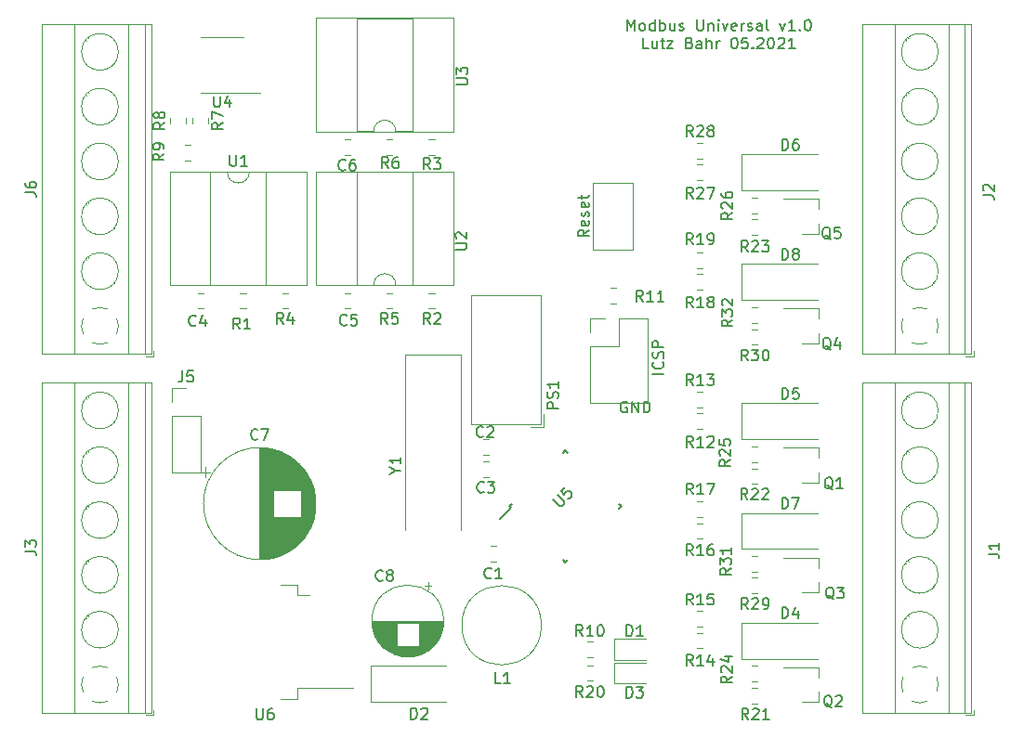
<source format=gbr>
%TF.GenerationSoftware,KiCad,Pcbnew,(5.1.8)-1*%
%TF.CreationDate,2021-05-16T23:23:04+02:00*%
%TF.ProjectId,Modbus,4d6f6462-7573-42e6-9b69-6361645f7063,rev?*%
%TF.SameCoordinates,Original*%
%TF.FileFunction,Legend,Top*%
%TF.FilePolarity,Positive*%
%FSLAX46Y46*%
G04 Gerber Fmt 4.6, Leading zero omitted, Abs format (unit mm)*
G04 Created by KiCad (PCBNEW (5.1.8)-1) date 2021-05-16 23:23:04*
%MOMM*%
%LPD*%
G01*
G04 APERTURE LIST*
%ADD10C,0.150000*%
%ADD11C,0.120000*%
G04 APERTURE END LIST*
D10*
X146366666Y-61352380D02*
X146366666Y-60352380D01*
X146700000Y-61066666D01*
X147033333Y-60352380D01*
X147033333Y-61352380D01*
X147652380Y-61352380D02*
X147557142Y-61304761D01*
X147509523Y-61257142D01*
X147461904Y-61161904D01*
X147461904Y-60876190D01*
X147509523Y-60780952D01*
X147557142Y-60733333D01*
X147652380Y-60685714D01*
X147795238Y-60685714D01*
X147890476Y-60733333D01*
X147938095Y-60780952D01*
X147985714Y-60876190D01*
X147985714Y-61161904D01*
X147938095Y-61257142D01*
X147890476Y-61304761D01*
X147795238Y-61352380D01*
X147652380Y-61352380D01*
X148842857Y-61352380D02*
X148842857Y-60352380D01*
X148842857Y-61304761D02*
X148747619Y-61352380D01*
X148557142Y-61352380D01*
X148461904Y-61304761D01*
X148414285Y-61257142D01*
X148366666Y-61161904D01*
X148366666Y-60876190D01*
X148414285Y-60780952D01*
X148461904Y-60733333D01*
X148557142Y-60685714D01*
X148747619Y-60685714D01*
X148842857Y-60733333D01*
X149319047Y-61352380D02*
X149319047Y-60352380D01*
X149319047Y-60733333D02*
X149414285Y-60685714D01*
X149604761Y-60685714D01*
X149700000Y-60733333D01*
X149747619Y-60780952D01*
X149795238Y-60876190D01*
X149795238Y-61161904D01*
X149747619Y-61257142D01*
X149700000Y-61304761D01*
X149604761Y-61352380D01*
X149414285Y-61352380D01*
X149319047Y-61304761D01*
X150652380Y-60685714D02*
X150652380Y-61352380D01*
X150223809Y-60685714D02*
X150223809Y-61209523D01*
X150271428Y-61304761D01*
X150366666Y-61352380D01*
X150509523Y-61352380D01*
X150604761Y-61304761D01*
X150652380Y-61257142D01*
X151080952Y-61304761D02*
X151176190Y-61352380D01*
X151366666Y-61352380D01*
X151461904Y-61304761D01*
X151509523Y-61209523D01*
X151509523Y-61161904D01*
X151461904Y-61066666D01*
X151366666Y-61019047D01*
X151223809Y-61019047D01*
X151128571Y-60971428D01*
X151080952Y-60876190D01*
X151080952Y-60828571D01*
X151128571Y-60733333D01*
X151223809Y-60685714D01*
X151366666Y-60685714D01*
X151461904Y-60733333D01*
X152700000Y-60352380D02*
X152700000Y-61161904D01*
X152747619Y-61257142D01*
X152795238Y-61304761D01*
X152890476Y-61352380D01*
X153080952Y-61352380D01*
X153176190Y-61304761D01*
X153223809Y-61257142D01*
X153271428Y-61161904D01*
X153271428Y-60352380D01*
X153747619Y-60685714D02*
X153747619Y-61352380D01*
X153747619Y-60780952D02*
X153795238Y-60733333D01*
X153890476Y-60685714D01*
X154033333Y-60685714D01*
X154128571Y-60733333D01*
X154176190Y-60828571D01*
X154176190Y-61352380D01*
X154652380Y-61352380D02*
X154652380Y-60685714D01*
X154652380Y-60352380D02*
X154604761Y-60400000D01*
X154652380Y-60447619D01*
X154700000Y-60400000D01*
X154652380Y-60352380D01*
X154652380Y-60447619D01*
X155033333Y-60685714D02*
X155271428Y-61352380D01*
X155509523Y-60685714D01*
X156271428Y-61304761D02*
X156176190Y-61352380D01*
X155985714Y-61352380D01*
X155890476Y-61304761D01*
X155842857Y-61209523D01*
X155842857Y-60828571D01*
X155890476Y-60733333D01*
X155985714Y-60685714D01*
X156176190Y-60685714D01*
X156271428Y-60733333D01*
X156319047Y-60828571D01*
X156319047Y-60923809D01*
X155842857Y-61019047D01*
X156747619Y-61352380D02*
X156747619Y-60685714D01*
X156747619Y-60876190D02*
X156795238Y-60780952D01*
X156842857Y-60733333D01*
X156938095Y-60685714D01*
X157033333Y-60685714D01*
X157319047Y-61304761D02*
X157414285Y-61352380D01*
X157604761Y-61352380D01*
X157700000Y-61304761D01*
X157747619Y-61209523D01*
X157747619Y-61161904D01*
X157700000Y-61066666D01*
X157604761Y-61019047D01*
X157461904Y-61019047D01*
X157366666Y-60971428D01*
X157319047Y-60876190D01*
X157319047Y-60828571D01*
X157366666Y-60733333D01*
X157461904Y-60685714D01*
X157604761Y-60685714D01*
X157700000Y-60733333D01*
X158604761Y-61352380D02*
X158604761Y-60828571D01*
X158557142Y-60733333D01*
X158461904Y-60685714D01*
X158271428Y-60685714D01*
X158176190Y-60733333D01*
X158604761Y-61304761D02*
X158509523Y-61352380D01*
X158271428Y-61352380D01*
X158176190Y-61304761D01*
X158128571Y-61209523D01*
X158128571Y-61114285D01*
X158176190Y-61019047D01*
X158271428Y-60971428D01*
X158509523Y-60971428D01*
X158604761Y-60923809D01*
X159223809Y-61352380D02*
X159128571Y-61304761D01*
X159080952Y-61209523D01*
X159080952Y-60352380D01*
X160271428Y-60685714D02*
X160509523Y-61352380D01*
X160747619Y-60685714D01*
X161652380Y-61352380D02*
X161080952Y-61352380D01*
X161366666Y-61352380D02*
X161366666Y-60352380D01*
X161271428Y-60495238D01*
X161176190Y-60590476D01*
X161080952Y-60638095D01*
X162080952Y-61257142D02*
X162128571Y-61304761D01*
X162080952Y-61352380D01*
X162033333Y-61304761D01*
X162080952Y-61257142D01*
X162080952Y-61352380D01*
X162747619Y-60352380D02*
X162842857Y-60352380D01*
X162938095Y-60400000D01*
X162985714Y-60447619D01*
X163033333Y-60542857D01*
X163080952Y-60733333D01*
X163080952Y-60971428D01*
X163033333Y-61161904D01*
X162985714Y-61257142D01*
X162938095Y-61304761D01*
X162842857Y-61352380D01*
X162747619Y-61352380D01*
X162652380Y-61304761D01*
X162604761Y-61257142D01*
X162557142Y-61161904D01*
X162509523Y-60971428D01*
X162509523Y-60733333D01*
X162557142Y-60542857D01*
X162604761Y-60447619D01*
X162652380Y-60400000D01*
X162747619Y-60352380D01*
X148295238Y-63002380D02*
X147819047Y-63002380D01*
X147819047Y-62002380D01*
X149057142Y-62335714D02*
X149057142Y-63002380D01*
X148628571Y-62335714D02*
X148628571Y-62859523D01*
X148676190Y-62954761D01*
X148771428Y-63002380D01*
X148914285Y-63002380D01*
X149009523Y-62954761D01*
X149057142Y-62907142D01*
X149390476Y-62335714D02*
X149771428Y-62335714D01*
X149533333Y-62002380D02*
X149533333Y-62859523D01*
X149580952Y-62954761D01*
X149676190Y-63002380D01*
X149771428Y-63002380D01*
X150009523Y-62335714D02*
X150533333Y-62335714D01*
X150009523Y-63002380D01*
X150533333Y-63002380D01*
X152009523Y-62478571D02*
X152152380Y-62526190D01*
X152200000Y-62573809D01*
X152247619Y-62669047D01*
X152247619Y-62811904D01*
X152200000Y-62907142D01*
X152152380Y-62954761D01*
X152057142Y-63002380D01*
X151676190Y-63002380D01*
X151676190Y-62002380D01*
X152009523Y-62002380D01*
X152104761Y-62050000D01*
X152152380Y-62097619D01*
X152200000Y-62192857D01*
X152200000Y-62288095D01*
X152152380Y-62383333D01*
X152104761Y-62430952D01*
X152009523Y-62478571D01*
X151676190Y-62478571D01*
X153104761Y-63002380D02*
X153104761Y-62478571D01*
X153057142Y-62383333D01*
X152961904Y-62335714D01*
X152771428Y-62335714D01*
X152676190Y-62383333D01*
X153104761Y-62954761D02*
X153009523Y-63002380D01*
X152771428Y-63002380D01*
X152676190Y-62954761D01*
X152628571Y-62859523D01*
X152628571Y-62764285D01*
X152676190Y-62669047D01*
X152771428Y-62621428D01*
X153009523Y-62621428D01*
X153104761Y-62573809D01*
X153580952Y-63002380D02*
X153580952Y-62002380D01*
X154009523Y-63002380D02*
X154009523Y-62478571D01*
X153961904Y-62383333D01*
X153866666Y-62335714D01*
X153723809Y-62335714D01*
X153628571Y-62383333D01*
X153580952Y-62430952D01*
X154485714Y-63002380D02*
X154485714Y-62335714D01*
X154485714Y-62526190D02*
X154533333Y-62430952D01*
X154580952Y-62383333D01*
X154676190Y-62335714D01*
X154771428Y-62335714D01*
X156057142Y-62002380D02*
X156152380Y-62002380D01*
X156247619Y-62050000D01*
X156295238Y-62097619D01*
X156342857Y-62192857D01*
X156390476Y-62383333D01*
X156390476Y-62621428D01*
X156342857Y-62811904D01*
X156295238Y-62907142D01*
X156247619Y-62954761D01*
X156152380Y-63002380D01*
X156057142Y-63002380D01*
X155961904Y-62954761D01*
X155914285Y-62907142D01*
X155866666Y-62811904D01*
X155819047Y-62621428D01*
X155819047Y-62383333D01*
X155866666Y-62192857D01*
X155914285Y-62097619D01*
X155961904Y-62050000D01*
X156057142Y-62002380D01*
X157295238Y-62002380D02*
X156819047Y-62002380D01*
X156771428Y-62478571D01*
X156819047Y-62430952D01*
X156914285Y-62383333D01*
X157152380Y-62383333D01*
X157247619Y-62430952D01*
X157295238Y-62478571D01*
X157342857Y-62573809D01*
X157342857Y-62811904D01*
X157295238Y-62907142D01*
X157247619Y-62954761D01*
X157152380Y-63002380D01*
X156914285Y-63002380D01*
X156819047Y-62954761D01*
X156771428Y-62907142D01*
X157771428Y-62907142D02*
X157819047Y-62954761D01*
X157771428Y-63002380D01*
X157723809Y-62954761D01*
X157771428Y-62907142D01*
X157771428Y-63002380D01*
X158200000Y-62097619D02*
X158247619Y-62050000D01*
X158342857Y-62002380D01*
X158580952Y-62002380D01*
X158676190Y-62050000D01*
X158723809Y-62097619D01*
X158771428Y-62192857D01*
X158771428Y-62288095D01*
X158723809Y-62430952D01*
X158152380Y-63002380D01*
X158771428Y-63002380D01*
X159390476Y-62002380D02*
X159485714Y-62002380D01*
X159580952Y-62050000D01*
X159628571Y-62097619D01*
X159676190Y-62192857D01*
X159723809Y-62383333D01*
X159723809Y-62621428D01*
X159676190Y-62811904D01*
X159628571Y-62907142D01*
X159580952Y-62954761D01*
X159485714Y-63002380D01*
X159390476Y-63002380D01*
X159295238Y-62954761D01*
X159247619Y-62907142D01*
X159200000Y-62811904D01*
X159152380Y-62621428D01*
X159152380Y-62383333D01*
X159200000Y-62192857D01*
X159247619Y-62097619D01*
X159295238Y-62050000D01*
X159390476Y-62002380D01*
X160104761Y-62097619D02*
X160152380Y-62050000D01*
X160247619Y-62002380D01*
X160485714Y-62002380D01*
X160580952Y-62050000D01*
X160628571Y-62097619D01*
X160676190Y-62192857D01*
X160676190Y-62288095D01*
X160628571Y-62430952D01*
X160057142Y-63002380D01*
X160676190Y-63002380D01*
X161628571Y-63002380D02*
X161057142Y-63002380D01*
X161342857Y-63002380D02*
X161342857Y-62002380D01*
X161247619Y-62145238D01*
X161152380Y-62240476D01*
X161057142Y-62288095D01*
X146313095Y-95250000D02*
X146217857Y-95202380D01*
X146075000Y-95202380D01*
X145932142Y-95250000D01*
X145836904Y-95345238D01*
X145789285Y-95440476D01*
X145741666Y-95630952D01*
X145741666Y-95773809D01*
X145789285Y-95964285D01*
X145836904Y-96059523D01*
X145932142Y-96154761D01*
X146075000Y-96202380D01*
X146170238Y-96202380D01*
X146313095Y-96154761D01*
X146360714Y-96107142D01*
X146360714Y-95773809D01*
X146170238Y-95773809D01*
X146789285Y-96202380D02*
X146789285Y-95202380D01*
X147360714Y-96202380D01*
X147360714Y-95202380D01*
X147836904Y-96202380D02*
X147836904Y-95202380D01*
X148075000Y-95202380D01*
X148217857Y-95250000D01*
X148313095Y-95345238D01*
X148360714Y-95440476D01*
X148408333Y-95630952D01*
X148408333Y-95773809D01*
X148360714Y-95964285D01*
X148313095Y-96059523D01*
X148217857Y-96154761D01*
X148075000Y-96202380D01*
X147836904Y-96202380D01*
D11*
%TO.C,C1*%
X134386252Y-108390000D02*
X133863748Y-108390000D01*
X134386252Y-109810000D02*
X133863748Y-109810000D01*
%TO.C,C2*%
X133711252Y-100035000D02*
X133188748Y-100035000D01*
X133711252Y-98615000D02*
X133188748Y-98615000D01*
%TO.C,C3*%
X133711252Y-100690000D02*
X133188748Y-100690000D01*
X133711252Y-102110000D02*
X133188748Y-102110000D01*
%TO.C,C4*%
X107218748Y-85290000D02*
X107741252Y-85290000D01*
X107218748Y-86710000D02*
X107741252Y-86710000D01*
%TO.C,C5*%
X120563748Y-86710000D02*
X121086252Y-86710000D01*
X120563748Y-85290000D02*
X121086252Y-85290000D01*
%TO.C,C6*%
X120563748Y-71290000D02*
X121086252Y-71290000D01*
X120563748Y-72710000D02*
X121086252Y-72710000D01*
%TO.C,C7*%
X107870354Y-101125000D02*
X107870354Y-102125000D01*
X107370354Y-101625000D02*
X108370354Y-101625000D01*
X117931000Y-103901000D02*
X117931000Y-105099000D01*
X117891000Y-103638000D02*
X117891000Y-105362000D01*
X117851000Y-103438000D02*
X117851000Y-105562000D01*
X117811000Y-103270000D02*
X117811000Y-105730000D01*
X117771000Y-103122000D02*
X117771000Y-105878000D01*
X117731000Y-102990000D02*
X117731000Y-106010000D01*
X117691000Y-102870000D02*
X117691000Y-106130000D01*
X117651000Y-102758000D02*
X117651000Y-106242000D01*
X117611000Y-102654000D02*
X117611000Y-106346000D01*
X117571000Y-102556000D02*
X117571000Y-106444000D01*
X117531000Y-102463000D02*
X117531000Y-106537000D01*
X117491000Y-102375000D02*
X117491000Y-106625000D01*
X117451000Y-102291000D02*
X117451000Y-106709000D01*
X117411000Y-102211000D02*
X117411000Y-106789000D01*
X117371000Y-102135000D02*
X117371000Y-106865000D01*
X117331000Y-102061000D02*
X117331000Y-106939000D01*
X117291000Y-101990000D02*
X117291000Y-107010000D01*
X117251000Y-101921000D02*
X117251000Y-107079000D01*
X117211000Y-101855000D02*
X117211000Y-107145000D01*
X117171000Y-101791000D02*
X117171000Y-107209000D01*
X117131000Y-101730000D02*
X117131000Y-107270000D01*
X117091000Y-101670000D02*
X117091000Y-107330000D01*
X117051000Y-101611000D02*
X117051000Y-107389000D01*
X117011000Y-101555000D02*
X117011000Y-107445000D01*
X116971000Y-101500000D02*
X116971000Y-107500000D01*
X116931000Y-101446000D02*
X116931000Y-107554000D01*
X116891000Y-101394000D02*
X116891000Y-107606000D01*
X116851000Y-101344000D02*
X116851000Y-107656000D01*
X116811000Y-101294000D02*
X116811000Y-107706000D01*
X116771000Y-101246000D02*
X116771000Y-107754000D01*
X116731000Y-101199000D02*
X116731000Y-107801000D01*
X116691000Y-101153000D02*
X116691000Y-107847000D01*
X116651000Y-101108000D02*
X116651000Y-107892000D01*
X116611000Y-101064000D02*
X116611000Y-107936000D01*
X116571000Y-105741000D02*
X116571000Y-107978000D01*
X116571000Y-101022000D02*
X116571000Y-103259000D01*
X116531000Y-105741000D02*
X116531000Y-108020000D01*
X116531000Y-100980000D02*
X116531000Y-103259000D01*
X116491000Y-105741000D02*
X116491000Y-108061000D01*
X116491000Y-100939000D02*
X116491000Y-103259000D01*
X116451000Y-105741000D02*
X116451000Y-108101000D01*
X116451000Y-100899000D02*
X116451000Y-103259000D01*
X116411000Y-105741000D02*
X116411000Y-108140000D01*
X116411000Y-100860000D02*
X116411000Y-103259000D01*
X116371000Y-105741000D02*
X116371000Y-108179000D01*
X116371000Y-100821000D02*
X116371000Y-103259000D01*
X116331000Y-105741000D02*
X116331000Y-108216000D01*
X116331000Y-100784000D02*
X116331000Y-103259000D01*
X116291000Y-105741000D02*
X116291000Y-108253000D01*
X116291000Y-100747000D02*
X116291000Y-103259000D01*
X116251000Y-105741000D02*
X116251000Y-108289000D01*
X116251000Y-100711000D02*
X116251000Y-103259000D01*
X116211000Y-105741000D02*
X116211000Y-108324000D01*
X116211000Y-100676000D02*
X116211000Y-103259000D01*
X116171000Y-105741000D02*
X116171000Y-108358000D01*
X116171000Y-100642000D02*
X116171000Y-103259000D01*
X116131000Y-105741000D02*
X116131000Y-108392000D01*
X116131000Y-100608000D02*
X116131000Y-103259000D01*
X116091000Y-105741000D02*
X116091000Y-108425000D01*
X116091000Y-100575000D02*
X116091000Y-103259000D01*
X116051000Y-105741000D02*
X116051000Y-108457000D01*
X116051000Y-100543000D02*
X116051000Y-103259000D01*
X116011000Y-105741000D02*
X116011000Y-108489000D01*
X116011000Y-100511000D02*
X116011000Y-103259000D01*
X115971000Y-105741000D02*
X115971000Y-108520000D01*
X115971000Y-100480000D02*
X115971000Y-103259000D01*
X115931000Y-105741000D02*
X115931000Y-108550000D01*
X115931000Y-100450000D02*
X115931000Y-103259000D01*
X115891000Y-105741000D02*
X115891000Y-108580000D01*
X115891000Y-100420000D02*
X115891000Y-103259000D01*
X115851000Y-105741000D02*
X115851000Y-108610000D01*
X115851000Y-100390000D02*
X115851000Y-103259000D01*
X115811000Y-105741000D02*
X115811000Y-108638000D01*
X115811000Y-100362000D02*
X115811000Y-103259000D01*
X115771000Y-105741000D02*
X115771000Y-108666000D01*
X115771000Y-100334000D02*
X115771000Y-103259000D01*
X115731000Y-105741000D02*
X115731000Y-108694000D01*
X115731000Y-100306000D02*
X115731000Y-103259000D01*
X115691000Y-105741000D02*
X115691000Y-108721000D01*
X115691000Y-100279000D02*
X115691000Y-103259000D01*
X115651000Y-105741000D02*
X115651000Y-108747000D01*
X115651000Y-100253000D02*
X115651000Y-103259000D01*
X115611000Y-105741000D02*
X115611000Y-108773000D01*
X115611000Y-100227000D02*
X115611000Y-103259000D01*
X115571000Y-105741000D02*
X115571000Y-108798000D01*
X115571000Y-100202000D02*
X115571000Y-103259000D01*
X115531000Y-105741000D02*
X115531000Y-108823000D01*
X115531000Y-100177000D02*
X115531000Y-103259000D01*
X115491000Y-105741000D02*
X115491000Y-108847000D01*
X115491000Y-100153000D02*
X115491000Y-103259000D01*
X115451000Y-105741000D02*
X115451000Y-108871000D01*
X115451000Y-100129000D02*
X115451000Y-103259000D01*
X115411000Y-105741000D02*
X115411000Y-108895000D01*
X115411000Y-100105000D02*
X115411000Y-103259000D01*
X115371000Y-105741000D02*
X115371000Y-108917000D01*
X115371000Y-100083000D02*
X115371000Y-103259000D01*
X115331000Y-105741000D02*
X115331000Y-108940000D01*
X115331000Y-100060000D02*
X115331000Y-103259000D01*
X115291000Y-105741000D02*
X115291000Y-108962000D01*
X115291000Y-100038000D02*
X115291000Y-103259000D01*
X115251000Y-105741000D02*
X115251000Y-108983000D01*
X115251000Y-100017000D02*
X115251000Y-103259000D01*
X115211000Y-105741000D02*
X115211000Y-109004000D01*
X115211000Y-99996000D02*
X115211000Y-103259000D01*
X115171000Y-105741000D02*
X115171000Y-109025000D01*
X115171000Y-99975000D02*
X115171000Y-103259000D01*
X115131000Y-105741000D02*
X115131000Y-109045000D01*
X115131000Y-99955000D02*
X115131000Y-103259000D01*
X115091000Y-105741000D02*
X115091000Y-109064000D01*
X115091000Y-99936000D02*
X115091000Y-103259000D01*
X115051000Y-105741000D02*
X115051000Y-109084000D01*
X115051000Y-99916000D02*
X115051000Y-103259000D01*
X115011000Y-105741000D02*
X115011000Y-109103000D01*
X115011000Y-99897000D02*
X115011000Y-103259000D01*
X114971000Y-105741000D02*
X114971000Y-109121000D01*
X114971000Y-99879000D02*
X114971000Y-103259000D01*
X114931000Y-105741000D02*
X114931000Y-109139000D01*
X114931000Y-99861000D02*
X114931000Y-103259000D01*
X114891000Y-105741000D02*
X114891000Y-109157000D01*
X114891000Y-99843000D02*
X114891000Y-103259000D01*
X114851000Y-105741000D02*
X114851000Y-109174000D01*
X114851000Y-99826000D02*
X114851000Y-103259000D01*
X114811000Y-105741000D02*
X114811000Y-109190000D01*
X114811000Y-99810000D02*
X114811000Y-103259000D01*
X114771000Y-105741000D02*
X114771000Y-109207000D01*
X114771000Y-99793000D02*
X114771000Y-103259000D01*
X114731000Y-105741000D02*
X114731000Y-109223000D01*
X114731000Y-99777000D02*
X114731000Y-103259000D01*
X114691000Y-105741000D02*
X114691000Y-109238000D01*
X114691000Y-99762000D02*
X114691000Y-103259000D01*
X114651000Y-105741000D02*
X114651000Y-109254000D01*
X114651000Y-99746000D02*
X114651000Y-103259000D01*
X114611000Y-105741000D02*
X114611000Y-109268000D01*
X114611000Y-99732000D02*
X114611000Y-103259000D01*
X114571000Y-105741000D02*
X114571000Y-109283000D01*
X114571000Y-99717000D02*
X114571000Y-103259000D01*
X114531000Y-105741000D02*
X114531000Y-109297000D01*
X114531000Y-99703000D02*
X114531000Y-103259000D01*
X114491000Y-105741000D02*
X114491000Y-109311000D01*
X114491000Y-99689000D02*
X114491000Y-103259000D01*
X114451000Y-105741000D02*
X114451000Y-109324000D01*
X114451000Y-99676000D02*
X114451000Y-103259000D01*
X114411000Y-105741000D02*
X114411000Y-109337000D01*
X114411000Y-99663000D02*
X114411000Y-103259000D01*
X114371000Y-105741000D02*
X114371000Y-109350000D01*
X114371000Y-99650000D02*
X114371000Y-103259000D01*
X114331000Y-105741000D02*
X114331000Y-109362000D01*
X114331000Y-99638000D02*
X114331000Y-103259000D01*
X114291000Y-105741000D02*
X114291000Y-109374000D01*
X114291000Y-99626000D02*
X114291000Y-103259000D01*
X114251000Y-105741000D02*
X114251000Y-109385000D01*
X114251000Y-99615000D02*
X114251000Y-103259000D01*
X114211000Y-105741000D02*
X114211000Y-109397000D01*
X114211000Y-99603000D02*
X114211000Y-103259000D01*
X114171000Y-105741000D02*
X114171000Y-109407000D01*
X114171000Y-99593000D02*
X114171000Y-103259000D01*
X114131000Y-105741000D02*
X114131000Y-109418000D01*
X114131000Y-99582000D02*
X114131000Y-103259000D01*
X114091000Y-99572000D02*
X114091000Y-109428000D01*
X114051000Y-99562000D02*
X114051000Y-109438000D01*
X114011000Y-99553000D02*
X114011000Y-109447000D01*
X113971000Y-99544000D02*
X113971000Y-109456000D01*
X113931000Y-99535000D02*
X113931000Y-109465000D01*
X113891000Y-99526000D02*
X113891000Y-109474000D01*
X113851000Y-99518000D02*
X113851000Y-109482000D01*
X113811000Y-99510000D02*
X113811000Y-109490000D01*
X113771000Y-99503000D02*
X113771000Y-109497000D01*
X113731000Y-99496000D02*
X113731000Y-109504000D01*
X113691000Y-99489000D02*
X113691000Y-109511000D01*
X113651000Y-99482000D02*
X113651000Y-109518000D01*
X113611000Y-99476000D02*
X113611000Y-109524000D01*
X113571000Y-99470000D02*
X113571000Y-109530000D01*
X113530000Y-99465000D02*
X113530000Y-109535000D01*
X113490000Y-99460000D02*
X113490000Y-109540000D01*
X113450000Y-99455000D02*
X113450000Y-109545000D01*
X113410000Y-99450000D02*
X113410000Y-109550000D01*
X113370000Y-99446000D02*
X113370000Y-109554000D01*
X113330000Y-99442000D02*
X113330000Y-109558000D01*
X113290000Y-99438000D02*
X113290000Y-109562000D01*
X113250000Y-99435000D02*
X113250000Y-109565000D01*
X113210000Y-99432000D02*
X113210000Y-109568000D01*
X113170000Y-99430000D02*
X113170000Y-109570000D01*
X113130000Y-99427000D02*
X113130000Y-109573000D01*
X113090000Y-99425000D02*
X113090000Y-109575000D01*
X113050000Y-99423000D02*
X113050000Y-109577000D01*
X113010000Y-99422000D02*
X113010000Y-109578000D01*
X112970000Y-99421000D02*
X112970000Y-109579000D01*
X112930000Y-99420000D02*
X112930000Y-109580000D01*
X112890000Y-99420000D02*
X112890000Y-109580000D01*
X112850000Y-99420000D02*
X112850000Y-109580000D01*
X117970000Y-104500000D02*
G75*
G03*
X117970000Y-104500000I-5120000J0D01*
G01*
%TO.C,C8*%
X128504000Y-112014759D02*
X127874000Y-112014759D01*
X128189000Y-111699759D02*
X128189000Y-112329759D01*
X126752000Y-118441000D02*
X125948000Y-118441000D01*
X126983000Y-118401000D02*
X125717000Y-118401000D01*
X127152000Y-118361000D02*
X125548000Y-118361000D01*
X127290000Y-118321000D02*
X125410000Y-118321000D01*
X127409000Y-118281000D02*
X125291000Y-118281000D01*
X127515000Y-118241000D02*
X125185000Y-118241000D01*
X127612000Y-118201000D02*
X125088000Y-118201000D01*
X127700000Y-118161000D02*
X125000000Y-118161000D01*
X127782000Y-118121000D02*
X124918000Y-118121000D01*
X127859000Y-118081000D02*
X124841000Y-118081000D01*
X127931000Y-118041000D02*
X124769000Y-118041000D01*
X128000000Y-118001000D02*
X124700000Y-118001000D01*
X128064000Y-117961000D02*
X124636000Y-117961000D01*
X128126000Y-117921000D02*
X124574000Y-117921000D01*
X128184000Y-117881000D02*
X124516000Y-117881000D01*
X128240000Y-117841000D02*
X124460000Y-117841000D01*
X128294000Y-117801000D02*
X124406000Y-117801000D01*
X128345000Y-117761000D02*
X124355000Y-117761000D01*
X128394000Y-117721000D02*
X124306000Y-117721000D01*
X128442000Y-117681000D02*
X124258000Y-117681000D01*
X128487000Y-117641000D02*
X124213000Y-117641000D01*
X128532000Y-117601000D02*
X124168000Y-117601000D01*
X128574000Y-117561000D02*
X124126000Y-117561000D01*
X128615000Y-117521000D02*
X124085000Y-117521000D01*
X125310000Y-117481000D02*
X124045000Y-117481000D01*
X128655000Y-117481000D02*
X127390000Y-117481000D01*
X125310000Y-117441000D02*
X124007000Y-117441000D01*
X128693000Y-117441000D02*
X127390000Y-117441000D01*
X125310000Y-117401000D02*
X123970000Y-117401000D01*
X128730000Y-117401000D02*
X127390000Y-117401000D01*
X125310000Y-117361000D02*
X123934000Y-117361000D01*
X128766000Y-117361000D02*
X127390000Y-117361000D01*
X125310000Y-117321000D02*
X123900000Y-117321000D01*
X128800000Y-117321000D02*
X127390000Y-117321000D01*
X125310000Y-117281000D02*
X123866000Y-117281000D01*
X128834000Y-117281000D02*
X127390000Y-117281000D01*
X125310000Y-117241000D02*
X123834000Y-117241000D01*
X128866000Y-117241000D02*
X127390000Y-117241000D01*
X125310000Y-117201000D02*
X123802000Y-117201000D01*
X128898000Y-117201000D02*
X127390000Y-117201000D01*
X125310000Y-117161000D02*
X123772000Y-117161000D01*
X128928000Y-117161000D02*
X127390000Y-117161000D01*
X125310000Y-117121000D02*
X123743000Y-117121000D01*
X128957000Y-117121000D02*
X127390000Y-117121000D01*
X125310000Y-117081000D02*
X123714000Y-117081000D01*
X128986000Y-117081000D02*
X127390000Y-117081000D01*
X125310000Y-117041000D02*
X123686000Y-117041000D01*
X129014000Y-117041000D02*
X127390000Y-117041000D01*
X125310000Y-117001000D02*
X123660000Y-117001000D01*
X129040000Y-117001000D02*
X127390000Y-117001000D01*
X125310000Y-116961000D02*
X123634000Y-116961000D01*
X129066000Y-116961000D02*
X127390000Y-116961000D01*
X125310000Y-116921000D02*
X123608000Y-116921000D01*
X129092000Y-116921000D02*
X127390000Y-116921000D01*
X125310000Y-116881000D02*
X123584000Y-116881000D01*
X129116000Y-116881000D02*
X127390000Y-116881000D01*
X125310000Y-116841000D02*
X123560000Y-116841000D01*
X129140000Y-116841000D02*
X127390000Y-116841000D01*
X125310000Y-116801000D02*
X123538000Y-116801000D01*
X129162000Y-116801000D02*
X127390000Y-116801000D01*
X125310000Y-116761000D02*
X123516000Y-116761000D01*
X129184000Y-116761000D02*
X127390000Y-116761000D01*
X125310000Y-116721000D02*
X123494000Y-116721000D01*
X129206000Y-116721000D02*
X127390000Y-116721000D01*
X125310000Y-116681000D02*
X123474000Y-116681000D01*
X129226000Y-116681000D02*
X127390000Y-116681000D01*
X125310000Y-116641000D02*
X123454000Y-116641000D01*
X129246000Y-116641000D02*
X127390000Y-116641000D01*
X125310000Y-116601000D02*
X123434000Y-116601000D01*
X129266000Y-116601000D02*
X127390000Y-116601000D01*
X125310000Y-116561000D02*
X123416000Y-116561000D01*
X129284000Y-116561000D02*
X127390000Y-116561000D01*
X125310000Y-116521000D02*
X123398000Y-116521000D01*
X129302000Y-116521000D02*
X127390000Y-116521000D01*
X125310000Y-116481000D02*
X123380000Y-116481000D01*
X129320000Y-116481000D02*
X127390000Y-116481000D01*
X125310000Y-116441000D02*
X123364000Y-116441000D01*
X129336000Y-116441000D02*
X127390000Y-116441000D01*
X125310000Y-116401000D02*
X123348000Y-116401000D01*
X129352000Y-116401000D02*
X127390000Y-116401000D01*
X125310000Y-116361000D02*
X123332000Y-116361000D01*
X129368000Y-116361000D02*
X127390000Y-116361000D01*
X125310000Y-116321000D02*
X123317000Y-116321000D01*
X129383000Y-116321000D02*
X127390000Y-116321000D01*
X125310000Y-116281000D02*
X123303000Y-116281000D01*
X129397000Y-116281000D02*
X127390000Y-116281000D01*
X125310000Y-116241000D02*
X123289000Y-116241000D01*
X129411000Y-116241000D02*
X127390000Y-116241000D01*
X125310000Y-116201000D02*
X123276000Y-116201000D01*
X129424000Y-116201000D02*
X127390000Y-116201000D01*
X125310000Y-116161000D02*
X123264000Y-116161000D01*
X129436000Y-116161000D02*
X127390000Y-116161000D01*
X125310000Y-116121000D02*
X123252000Y-116121000D01*
X129448000Y-116121000D02*
X127390000Y-116121000D01*
X125310000Y-116081000D02*
X123240000Y-116081000D01*
X129460000Y-116081000D02*
X127390000Y-116081000D01*
X125310000Y-116041000D02*
X123229000Y-116041000D01*
X129471000Y-116041000D02*
X127390000Y-116041000D01*
X125310000Y-116001000D02*
X123219000Y-116001000D01*
X129481000Y-116001000D02*
X127390000Y-116001000D01*
X125310000Y-115961000D02*
X123209000Y-115961000D01*
X129491000Y-115961000D02*
X127390000Y-115961000D01*
X125310000Y-115921000D02*
X123200000Y-115921000D01*
X129500000Y-115921000D02*
X127390000Y-115921000D01*
X125310000Y-115880000D02*
X123191000Y-115880000D01*
X129509000Y-115880000D02*
X127390000Y-115880000D01*
X125310000Y-115840000D02*
X123183000Y-115840000D01*
X129517000Y-115840000D02*
X127390000Y-115840000D01*
X125310000Y-115800000D02*
X123175000Y-115800000D01*
X129525000Y-115800000D02*
X127390000Y-115800000D01*
X125310000Y-115760000D02*
X123168000Y-115760000D01*
X129532000Y-115760000D02*
X127390000Y-115760000D01*
X125310000Y-115720000D02*
X123161000Y-115720000D01*
X129539000Y-115720000D02*
X127390000Y-115720000D01*
X125310000Y-115680000D02*
X123155000Y-115680000D01*
X129545000Y-115680000D02*
X127390000Y-115680000D01*
X125310000Y-115640000D02*
X123149000Y-115640000D01*
X129551000Y-115640000D02*
X127390000Y-115640000D01*
X125310000Y-115600000D02*
X123144000Y-115600000D01*
X129556000Y-115600000D02*
X127390000Y-115600000D01*
X125310000Y-115560000D02*
X123139000Y-115560000D01*
X129561000Y-115560000D02*
X127390000Y-115560000D01*
X125310000Y-115520000D02*
X123135000Y-115520000D01*
X129565000Y-115520000D02*
X127390000Y-115520000D01*
X125310000Y-115480000D02*
X123132000Y-115480000D01*
X129568000Y-115480000D02*
X127390000Y-115480000D01*
X125310000Y-115440000D02*
X123128000Y-115440000D01*
X129572000Y-115440000D02*
X127390000Y-115440000D01*
X129574000Y-115400000D02*
X123126000Y-115400000D01*
X129577000Y-115360000D02*
X123123000Y-115360000D01*
X129578000Y-115320000D02*
X123122000Y-115320000D01*
X129580000Y-115280000D02*
X123120000Y-115280000D01*
X129580000Y-115240000D02*
X123120000Y-115240000D01*
X129580000Y-115200000D02*
X123120000Y-115200000D01*
X129620000Y-115200000D02*
G75*
G03*
X129620000Y-115200000I-3270000J0D01*
G01*
%TO.C,D1*%
X145140000Y-118735000D02*
X148000000Y-118735000D01*
X145140000Y-116815000D02*
X145140000Y-118735000D01*
X148000000Y-116815000D02*
X145140000Y-116815000D01*
%TO.C,D2*%
X122950000Y-119250000D02*
X129850000Y-119250000D01*
X122950000Y-122550000D02*
X129850000Y-122550000D01*
X122950000Y-119250000D02*
X122950000Y-122550000D01*
%TO.C,D3*%
X148000000Y-118990000D02*
X145140000Y-118990000D01*
X145140000Y-118990000D02*
X145140000Y-120910000D01*
X145140000Y-120910000D02*
X148000000Y-120910000D01*
%TO.C,D4*%
X156800000Y-115350000D02*
X156800000Y-118650000D01*
X156800000Y-118650000D02*
X163700000Y-118650000D01*
X156800000Y-115350000D02*
X163700000Y-115350000D01*
%TO.C,D5*%
X156800000Y-95350000D02*
X163700000Y-95350000D01*
X156800000Y-98650000D02*
X163700000Y-98650000D01*
X156800000Y-95350000D02*
X156800000Y-98650000D01*
%TO.C,D6*%
X156800000Y-72650000D02*
X156800000Y-75950000D01*
X156800000Y-75950000D02*
X163700000Y-75950000D01*
X156800000Y-72650000D02*
X163700000Y-72650000D01*
%TO.C,D7*%
X156800000Y-105350000D02*
X163700000Y-105350000D01*
X156800000Y-108650000D02*
X163700000Y-108650000D01*
X156800000Y-105350000D02*
X156800000Y-108650000D01*
%TO.C,D8*%
X156800000Y-82650000D02*
X156800000Y-85950000D01*
X156800000Y-85950000D02*
X163700000Y-85950000D01*
X156800000Y-82650000D02*
X163700000Y-82650000D01*
%TO.C,J1*%
X174680253Y-120971195D02*
G75*
G02*
X174535000Y-121684000I-1680253J-28805D01*
G01*
X173683042Y-122535426D02*
G75*
G02*
X172316000Y-122535000I-683042J1535426D01*
G01*
X171464574Y-121683042D02*
G75*
G02*
X171465000Y-120316000I1535426J683042D01*
G01*
X172316958Y-119464574D02*
G75*
G02*
X173684000Y-119465000I683042J-1535426D01*
G01*
X174534756Y-120316682D02*
G75*
G02*
X174680000Y-121000000I-1534756J-683318D01*
G01*
X174680000Y-116000000D02*
G75*
G03*
X174680000Y-116000000I-1680000J0D01*
G01*
X174680000Y-111000000D02*
G75*
G03*
X174680000Y-111000000I-1680000J0D01*
G01*
X174680000Y-106000000D02*
G75*
G03*
X174680000Y-106000000I-1680000J0D01*
G01*
X174680000Y-101000000D02*
G75*
G03*
X174680000Y-101000000I-1680000J0D01*
G01*
X174680000Y-96000000D02*
G75*
G03*
X174680000Y-96000000I-1680000J0D01*
G01*
X177100000Y-123560000D02*
X177100000Y-93440000D01*
X175600000Y-123560000D02*
X175600000Y-93440000D01*
X170699000Y-123560000D02*
X170699000Y-93440000D01*
X167739000Y-123560000D02*
X167739000Y-93440000D01*
X177660000Y-123560000D02*
X177660000Y-93440000D01*
X167739000Y-123560000D02*
X177660000Y-123560000D01*
X167739000Y-93440000D02*
X177660000Y-93440000D01*
X171931000Y-114725000D02*
X171977000Y-114772000D01*
X174239000Y-117034000D02*
X174274000Y-117069000D01*
X171725000Y-114930000D02*
X171761000Y-114965000D01*
X174023000Y-117227000D02*
X174069000Y-117274000D01*
X171931000Y-109725000D02*
X171977000Y-109772000D01*
X174239000Y-112034000D02*
X174274000Y-112069000D01*
X171725000Y-109930000D02*
X171761000Y-109965000D01*
X174023000Y-112227000D02*
X174069000Y-112274000D01*
X171931000Y-104725000D02*
X171977000Y-104772000D01*
X174239000Y-107034000D02*
X174274000Y-107069000D01*
X171725000Y-104930000D02*
X171761000Y-104965000D01*
X174023000Y-107227000D02*
X174069000Y-107274000D01*
X171931000Y-99725000D02*
X171977000Y-99772000D01*
X174239000Y-102034000D02*
X174274000Y-102069000D01*
X171725000Y-99930000D02*
X171761000Y-99965000D01*
X174023000Y-102227000D02*
X174069000Y-102274000D01*
X171931000Y-94725000D02*
X171977000Y-94772000D01*
X174239000Y-97034000D02*
X174274000Y-97069000D01*
X171725000Y-94930000D02*
X171761000Y-94965000D01*
X174023000Y-97227000D02*
X174069000Y-97274000D01*
X177160000Y-123800000D02*
X177900000Y-123800000D01*
X177900000Y-123800000D02*
X177900000Y-123300000D01*
%TO.C,J2*%
X177900000Y-91100000D02*
X177900000Y-90600000D01*
X177160000Y-91100000D02*
X177900000Y-91100000D01*
X174023000Y-64527000D02*
X174069000Y-64574000D01*
X171725000Y-62230000D02*
X171761000Y-62265000D01*
X174239000Y-64334000D02*
X174274000Y-64369000D01*
X171931000Y-62025000D02*
X171977000Y-62072000D01*
X174023000Y-69527000D02*
X174069000Y-69574000D01*
X171725000Y-67230000D02*
X171761000Y-67265000D01*
X174239000Y-69334000D02*
X174274000Y-69369000D01*
X171931000Y-67025000D02*
X171977000Y-67072000D01*
X174023000Y-74527000D02*
X174069000Y-74574000D01*
X171725000Y-72230000D02*
X171761000Y-72265000D01*
X174239000Y-74334000D02*
X174274000Y-74369000D01*
X171931000Y-72025000D02*
X171977000Y-72072000D01*
X174023000Y-79527000D02*
X174069000Y-79574000D01*
X171725000Y-77230000D02*
X171761000Y-77265000D01*
X174239000Y-79334000D02*
X174274000Y-79369000D01*
X171931000Y-77025000D02*
X171977000Y-77072000D01*
X174023000Y-84527000D02*
X174069000Y-84574000D01*
X171725000Y-82230000D02*
X171761000Y-82265000D01*
X174239000Y-84334000D02*
X174274000Y-84369000D01*
X171931000Y-82025000D02*
X171977000Y-82072000D01*
X167739000Y-60740000D02*
X177660000Y-60740000D01*
X167739000Y-90860000D02*
X177660000Y-90860000D01*
X177660000Y-90860000D02*
X177660000Y-60740000D01*
X167739000Y-90860000D02*
X167739000Y-60740000D01*
X170699000Y-90860000D02*
X170699000Y-60740000D01*
X175600000Y-90860000D02*
X175600000Y-60740000D01*
X177100000Y-90860000D02*
X177100000Y-60740000D01*
X174680000Y-63300000D02*
G75*
G03*
X174680000Y-63300000I-1680000J0D01*
G01*
X174680000Y-68300000D02*
G75*
G03*
X174680000Y-68300000I-1680000J0D01*
G01*
X174680000Y-73300000D02*
G75*
G03*
X174680000Y-73300000I-1680000J0D01*
G01*
X174680000Y-78300000D02*
G75*
G03*
X174680000Y-78300000I-1680000J0D01*
G01*
X174680000Y-83300000D02*
G75*
G03*
X174680000Y-83300000I-1680000J0D01*
G01*
X174534756Y-87616682D02*
G75*
G02*
X174680000Y-88300000I-1534756J-683318D01*
G01*
X172316958Y-86764574D02*
G75*
G02*
X173684000Y-86765000I683042J-1535426D01*
G01*
X171464574Y-88983042D02*
G75*
G02*
X171465000Y-87616000I1535426J683042D01*
G01*
X173683042Y-89835426D02*
G75*
G02*
X172316000Y-89835000I-683042J1535426D01*
G01*
X174680253Y-88271195D02*
G75*
G02*
X174535000Y-88984000I-1680253J-28805D01*
G01*
%TO.C,J3*%
X99980253Y-120971195D02*
G75*
G02*
X99835000Y-121684000I-1680253J-28805D01*
G01*
X98983042Y-122535426D02*
G75*
G02*
X97616000Y-122535000I-683042J1535426D01*
G01*
X96764574Y-121683042D02*
G75*
G02*
X96765000Y-120316000I1535426J683042D01*
G01*
X97616958Y-119464574D02*
G75*
G02*
X98984000Y-119465000I683042J-1535426D01*
G01*
X99834756Y-120316682D02*
G75*
G02*
X99980000Y-121000000I-1534756J-683318D01*
G01*
X99980000Y-116000000D02*
G75*
G03*
X99980000Y-116000000I-1680000J0D01*
G01*
X99980000Y-111000000D02*
G75*
G03*
X99980000Y-111000000I-1680000J0D01*
G01*
X99980000Y-106000000D02*
G75*
G03*
X99980000Y-106000000I-1680000J0D01*
G01*
X99980000Y-101000000D02*
G75*
G03*
X99980000Y-101000000I-1680000J0D01*
G01*
X99980000Y-96000000D02*
G75*
G03*
X99980000Y-96000000I-1680000J0D01*
G01*
X102400000Y-123560000D02*
X102400000Y-93440000D01*
X100900000Y-123560000D02*
X100900000Y-93440000D01*
X95999000Y-123560000D02*
X95999000Y-93440000D01*
X93039000Y-123560000D02*
X93039000Y-93440000D01*
X102960000Y-123560000D02*
X102960000Y-93440000D01*
X93039000Y-123560000D02*
X102960000Y-123560000D01*
X93039000Y-93440000D02*
X102960000Y-93440000D01*
X97231000Y-114725000D02*
X97277000Y-114772000D01*
X99539000Y-117034000D02*
X99574000Y-117069000D01*
X97025000Y-114930000D02*
X97061000Y-114965000D01*
X99323000Y-117227000D02*
X99369000Y-117274000D01*
X97231000Y-109725000D02*
X97277000Y-109772000D01*
X99539000Y-112034000D02*
X99574000Y-112069000D01*
X97025000Y-109930000D02*
X97061000Y-109965000D01*
X99323000Y-112227000D02*
X99369000Y-112274000D01*
X97231000Y-104725000D02*
X97277000Y-104772000D01*
X99539000Y-107034000D02*
X99574000Y-107069000D01*
X97025000Y-104930000D02*
X97061000Y-104965000D01*
X99323000Y-107227000D02*
X99369000Y-107274000D01*
X97231000Y-99725000D02*
X97277000Y-99772000D01*
X99539000Y-102034000D02*
X99574000Y-102069000D01*
X97025000Y-99930000D02*
X97061000Y-99965000D01*
X99323000Y-102227000D02*
X99369000Y-102274000D01*
X97231000Y-94725000D02*
X97277000Y-94772000D01*
X99539000Y-97034000D02*
X99574000Y-97069000D01*
X97025000Y-94930000D02*
X97061000Y-94965000D01*
X99323000Y-97227000D02*
X99369000Y-97274000D01*
X102460000Y-123800000D02*
X103200000Y-123800000D01*
X103200000Y-123800000D02*
X103200000Y-123300000D01*
%TO.C,ICSP*%
X142980000Y-87580000D02*
X144310000Y-87580000D01*
X142980000Y-88910000D02*
X142980000Y-87580000D01*
X145580000Y-87580000D02*
X148180000Y-87580000D01*
X145580000Y-90180000D02*
X145580000Y-87580000D01*
X142980000Y-90180000D02*
X145580000Y-90180000D01*
X148180000Y-87580000D02*
X148180000Y-95320000D01*
X142980000Y-90180000D02*
X142980000Y-95320000D01*
X142980000Y-95320000D02*
X148180000Y-95320000D01*
%TO.C,J5*%
X104820000Y-93940000D02*
X106150000Y-93940000D01*
X104820000Y-95270000D02*
X104820000Y-93940000D01*
X104820000Y-96540000D02*
X107480000Y-96540000D01*
X107480000Y-96540000D02*
X107480000Y-101680000D01*
X104820000Y-96540000D02*
X104820000Y-101680000D01*
X104820000Y-101680000D02*
X107480000Y-101680000D01*
%TO.C,J6*%
X103200000Y-91100000D02*
X103200000Y-90600000D01*
X102460000Y-91100000D02*
X103200000Y-91100000D01*
X99323000Y-64527000D02*
X99369000Y-64574000D01*
X97025000Y-62230000D02*
X97061000Y-62265000D01*
X99539000Y-64334000D02*
X99574000Y-64369000D01*
X97231000Y-62025000D02*
X97277000Y-62072000D01*
X99323000Y-69527000D02*
X99369000Y-69574000D01*
X97025000Y-67230000D02*
X97061000Y-67265000D01*
X99539000Y-69334000D02*
X99574000Y-69369000D01*
X97231000Y-67025000D02*
X97277000Y-67072000D01*
X99323000Y-74527000D02*
X99369000Y-74574000D01*
X97025000Y-72230000D02*
X97061000Y-72265000D01*
X99539000Y-74334000D02*
X99574000Y-74369000D01*
X97231000Y-72025000D02*
X97277000Y-72072000D01*
X99323000Y-79527000D02*
X99369000Y-79574000D01*
X97025000Y-77230000D02*
X97061000Y-77265000D01*
X99539000Y-79334000D02*
X99574000Y-79369000D01*
X97231000Y-77025000D02*
X97277000Y-77072000D01*
X99323000Y-84527000D02*
X99369000Y-84574000D01*
X97025000Y-82230000D02*
X97061000Y-82265000D01*
X99539000Y-84334000D02*
X99574000Y-84369000D01*
X97231000Y-82025000D02*
X97277000Y-82072000D01*
X93039000Y-60740000D02*
X102960000Y-60740000D01*
X93039000Y-90860000D02*
X102960000Y-90860000D01*
X102960000Y-90860000D02*
X102960000Y-60740000D01*
X93039000Y-90860000D02*
X93039000Y-60740000D01*
X95999000Y-90860000D02*
X95999000Y-60740000D01*
X100900000Y-90860000D02*
X100900000Y-60740000D01*
X102400000Y-90860000D02*
X102400000Y-60740000D01*
X99980000Y-63300000D02*
G75*
G03*
X99980000Y-63300000I-1680000J0D01*
G01*
X99980000Y-68300000D02*
G75*
G03*
X99980000Y-68300000I-1680000J0D01*
G01*
X99980000Y-73300000D02*
G75*
G03*
X99980000Y-73300000I-1680000J0D01*
G01*
X99980000Y-78300000D02*
G75*
G03*
X99980000Y-78300000I-1680000J0D01*
G01*
X99980000Y-83300000D02*
G75*
G03*
X99980000Y-83300000I-1680000J0D01*
G01*
X99834756Y-87616682D02*
G75*
G02*
X99980000Y-88300000I-1534756J-683318D01*
G01*
X97616958Y-86764574D02*
G75*
G02*
X98984000Y-86765000I683042J-1535426D01*
G01*
X96764574Y-88983042D02*
G75*
G02*
X96765000Y-87616000I1535426J683042D01*
G01*
X98983042Y-89835426D02*
G75*
G02*
X97616000Y-89835000I-683042J1535426D01*
G01*
X99980253Y-88271195D02*
G75*
G02*
X99835000Y-88984000I-1680253J-28805D01*
G01*
%TO.C,L1*%
X138520000Y-115600000D02*
G75*
G03*
X138520000Y-115600000I-3620000J0D01*
G01*
%TO.C,PS1*%
X138700000Y-97500000D02*
X138700000Y-96300000D01*
X137500000Y-97500000D02*
X138700000Y-97500000D01*
X132110000Y-85480000D02*
X138450000Y-85480000D01*
X138450000Y-97250000D02*
X138450000Y-85480000D01*
X132110000Y-97250000D02*
X138450000Y-97250000D01*
X132110000Y-97250000D02*
X132110000Y-85480000D01*
%TO.C,Q1*%
X163760000Y-102580000D02*
X163760000Y-101650000D01*
X163760000Y-99420000D02*
X163760000Y-100350000D01*
X163760000Y-99420000D02*
X160600000Y-99420000D01*
X163760000Y-102580000D02*
X162300000Y-102580000D01*
%TO.C,Q2*%
X163760000Y-122580000D02*
X162300000Y-122580000D01*
X163760000Y-119420000D02*
X160600000Y-119420000D01*
X163760000Y-119420000D02*
X163760000Y-120350000D01*
X163760000Y-122580000D02*
X163760000Y-121650000D01*
%TO.C,Q3*%
X163760000Y-112580000D02*
X163760000Y-111650000D01*
X163760000Y-109420000D02*
X163760000Y-110350000D01*
X163760000Y-109420000D02*
X160600000Y-109420000D01*
X163760000Y-112580000D02*
X162300000Y-112580000D01*
%TO.C,Q4*%
X163760000Y-89880000D02*
X162300000Y-89880000D01*
X163760000Y-86720000D02*
X160600000Y-86720000D01*
X163760000Y-86720000D02*
X163760000Y-87650000D01*
X163760000Y-89880000D02*
X163760000Y-88950000D01*
%TO.C,Q5*%
X163760000Y-79880000D02*
X162300000Y-79880000D01*
X163760000Y-76720000D02*
X160600000Y-76720000D01*
X163760000Y-76720000D02*
X163760000Y-77650000D01*
X163760000Y-79880000D02*
X163760000Y-78950000D01*
%TO.C,R1*%
X111068748Y-85290000D02*
X111591252Y-85290000D01*
X111068748Y-86710000D02*
X111591252Y-86710000D01*
%TO.C,R2*%
X128263748Y-85290000D02*
X128786252Y-85290000D01*
X128263748Y-86710000D02*
X128786252Y-86710000D01*
%TO.C,R3*%
X128263748Y-72710000D02*
X128786252Y-72710000D01*
X128263748Y-71290000D02*
X128786252Y-71290000D01*
%TO.C,R4*%
X115441252Y-85290000D02*
X114918748Y-85290000D01*
X115441252Y-86710000D02*
X114918748Y-86710000D01*
%TO.C,R5*%
X124936252Y-86710000D02*
X124413748Y-86710000D01*
X124936252Y-85290000D02*
X124413748Y-85290000D01*
%TO.C,R6*%
X124936252Y-71290000D02*
X124413748Y-71290000D01*
X124936252Y-72710000D02*
X124413748Y-72710000D01*
%TO.C,R7*%
X108130000Y-69323748D02*
X108130000Y-69846252D01*
X106710000Y-69323748D02*
X106710000Y-69846252D01*
%TO.C,R8*%
X106110000Y-69836252D02*
X106110000Y-69313748D01*
X104690000Y-69836252D02*
X104690000Y-69313748D01*
%TO.C,R9*%
X106586252Y-71760000D02*
X106063748Y-71760000D01*
X106586252Y-73180000D02*
X106063748Y-73180000D01*
%TO.C,R10*%
X142663748Y-118485000D02*
X143186252Y-118485000D01*
X142663748Y-117065000D02*
X143186252Y-117065000D01*
%TO.C,R11*%
X145311252Y-86260000D02*
X144788748Y-86260000D01*
X145311252Y-84840000D02*
X144788748Y-84840000D01*
%TO.C,R12*%
X153236252Y-95710000D02*
X152713748Y-95710000D01*
X153236252Y-94290000D02*
X152713748Y-94290000D01*
%TO.C,R13*%
X152713748Y-97710000D02*
X153236252Y-97710000D01*
X152713748Y-96290000D02*
X153236252Y-96290000D01*
%TO.C,R14*%
X153236252Y-115710000D02*
X152713748Y-115710000D01*
X153236252Y-114290000D02*
X152713748Y-114290000D01*
%TO.C,R15*%
X152713748Y-117710000D02*
X153236252Y-117710000D01*
X152713748Y-116290000D02*
X153236252Y-116290000D01*
%TO.C,R16*%
X153236252Y-105710000D02*
X152713748Y-105710000D01*
X153236252Y-104290000D02*
X152713748Y-104290000D01*
%TO.C,R17*%
X152713748Y-107710000D02*
X153236252Y-107710000D01*
X152713748Y-106290000D02*
X153236252Y-106290000D01*
%TO.C,R18*%
X153236252Y-83010000D02*
X152713748Y-83010000D01*
X153236252Y-81590000D02*
X152713748Y-81590000D01*
%TO.C,R19*%
X152713748Y-85010000D02*
X153236252Y-85010000D01*
X152713748Y-83590000D02*
X153236252Y-83590000D01*
%TO.C,R20*%
X142663748Y-120660000D02*
X143186252Y-120660000D01*
X142663748Y-119240000D02*
X143186252Y-119240000D01*
%TO.C,R21*%
X158236252Y-120710000D02*
X157713748Y-120710000D01*
X158236252Y-119290000D02*
X157713748Y-119290000D01*
%TO.C,R22*%
X158236252Y-100710000D02*
X157713748Y-100710000D01*
X158236252Y-99290000D02*
X157713748Y-99290000D01*
%TO.C,R23*%
X158236252Y-76590000D02*
X157713748Y-76590000D01*
X158236252Y-78010000D02*
X157713748Y-78010000D01*
%TO.C,R24*%
X157713748Y-122710000D02*
X158236252Y-122710000D01*
X157713748Y-121290000D02*
X158236252Y-121290000D01*
%TO.C,R25*%
X157713748Y-101290000D02*
X158236252Y-101290000D01*
X157713748Y-102710000D02*
X158236252Y-102710000D01*
%TO.C,R26*%
X157713748Y-80010000D02*
X158236252Y-80010000D01*
X157713748Y-78590000D02*
X158236252Y-78590000D01*
%TO.C,R27*%
X153236252Y-73010000D02*
X152713748Y-73010000D01*
X153236252Y-71590000D02*
X152713748Y-71590000D01*
%TO.C,R28*%
X152713748Y-75010000D02*
X153236252Y-75010000D01*
X152713748Y-73590000D02*
X153236252Y-73590000D01*
%TO.C,R29*%
X158236252Y-109290000D02*
X157713748Y-109290000D01*
X158236252Y-110710000D02*
X157713748Y-110710000D01*
%TO.C,R30*%
X158236252Y-88010000D02*
X157713748Y-88010000D01*
X158236252Y-86590000D02*
X157713748Y-86590000D01*
%TO.C,R31*%
X157713748Y-111240000D02*
X158236252Y-111240000D01*
X157713748Y-112660000D02*
X158236252Y-112660000D01*
%TO.C,R32*%
X157713748Y-88590000D02*
X158236252Y-88590000D01*
X157713748Y-90010000D02*
X158236252Y-90010000D01*
%TO.C,Reset*%
X146810000Y-81360000D02*
X143190000Y-81360000D01*
X146810000Y-75240000D02*
X146810000Y-81360000D01*
X143190000Y-75240000D02*
X146810000Y-75240000D01*
X143190000Y-81360000D02*
X143190000Y-75240000D01*
%TO.C,U1*%
X111905000Y-74260000D02*
G75*
G02*
X109905000Y-74260000I-1000000J0D01*
G01*
X109905000Y-74260000D02*
X108370000Y-74260000D01*
X108370000Y-74260000D02*
X108370000Y-84540000D01*
X108370000Y-84540000D02*
X113440000Y-84540000D01*
X113440000Y-84540000D02*
X113440000Y-74260000D01*
X113440000Y-74260000D02*
X111905000Y-74260000D01*
X104670000Y-74200000D02*
X104670000Y-84600000D01*
X104670000Y-84600000D02*
X117140000Y-84600000D01*
X117140000Y-84600000D02*
X117140000Y-74200000D01*
X117140000Y-74200000D02*
X104670000Y-74200000D01*
%TO.C,U2*%
X118015000Y-84600000D02*
X130485000Y-84600000D01*
X118015000Y-74200000D02*
X118015000Y-84600000D01*
X130485000Y-74200000D02*
X118015000Y-74200000D01*
X130485000Y-84600000D02*
X130485000Y-74200000D01*
X121715000Y-84540000D02*
X123250000Y-84540000D01*
X121715000Y-74260000D02*
X121715000Y-84540000D01*
X126785000Y-74260000D02*
X121715000Y-74260000D01*
X126785000Y-84540000D02*
X126785000Y-74260000D01*
X125250000Y-84540000D02*
X126785000Y-84540000D01*
X123250000Y-84540000D02*
G75*
G02*
X125250000Y-84540000I1000000J0D01*
G01*
%TO.C,U3*%
X118015000Y-70600000D02*
X130485000Y-70600000D01*
X118015000Y-60200000D02*
X118015000Y-70600000D01*
X130485000Y-60200000D02*
X118015000Y-60200000D01*
X130485000Y-70600000D02*
X130485000Y-60200000D01*
X121715000Y-70540000D02*
X123250000Y-70540000D01*
X121715000Y-60260000D02*
X121715000Y-70540000D01*
X126785000Y-60260000D02*
X121715000Y-60260000D01*
X126785000Y-70540000D02*
X126785000Y-60260000D01*
X125250000Y-70540000D02*
X126785000Y-70540000D01*
X123250000Y-70540000D02*
G75*
G02*
X125250000Y-70540000I1000000J0D01*
G01*
%TO.C,U4*%
X109425000Y-67045000D02*
X112875000Y-67045000D01*
X109425000Y-67045000D02*
X107475000Y-67045000D01*
X109425000Y-61925000D02*
X111375000Y-61925000D01*
X109425000Y-61925000D02*
X107475000Y-61925000D01*
D10*
%TO.C,U5*%
X135732575Y-104909099D02*
X134724948Y-105916726D01*
X140700000Y-99623476D02*
X140470190Y-99853286D01*
X145826524Y-104750000D02*
X145596714Y-104979810D01*
X140700000Y-109876524D02*
X140929810Y-109646714D01*
X135573476Y-104750000D02*
X135803286Y-104520190D01*
X140700000Y-109876524D02*
X140470190Y-109646714D01*
X145826524Y-104750000D02*
X145596714Y-104520190D01*
X140700000Y-99623476D02*
X140929810Y-99853286D01*
X135573476Y-104750000D02*
X135732575Y-104909099D01*
D11*
%TO.C,U6*%
X116275000Y-112850000D02*
X117375000Y-112850000D01*
X116275000Y-111900000D02*
X116275000Y-112850000D01*
X114775000Y-111900000D02*
X116275000Y-111900000D01*
X116275000Y-121350000D02*
X121400000Y-121350000D01*
X116275000Y-122300000D02*
X116275000Y-121350000D01*
X114775000Y-122300000D02*
X116275000Y-122300000D01*
%TO.C,Y1*%
X126100000Y-90912500D02*
X126100000Y-106887500D01*
X131200000Y-90912500D02*
X126100000Y-90912500D01*
X131200000Y-106887500D02*
X131200000Y-90912500D01*
%TO.C,C1*%
D10*
X133958333Y-111257142D02*
X133910714Y-111304761D01*
X133767857Y-111352380D01*
X133672619Y-111352380D01*
X133529761Y-111304761D01*
X133434523Y-111209523D01*
X133386904Y-111114285D01*
X133339285Y-110923809D01*
X133339285Y-110780952D01*
X133386904Y-110590476D01*
X133434523Y-110495238D01*
X133529761Y-110400000D01*
X133672619Y-110352380D01*
X133767857Y-110352380D01*
X133910714Y-110400000D01*
X133958333Y-110447619D01*
X134910714Y-111352380D02*
X134339285Y-111352380D01*
X134625000Y-111352380D02*
X134625000Y-110352380D01*
X134529761Y-110495238D01*
X134434523Y-110590476D01*
X134339285Y-110638095D01*
%TO.C,C2*%
X133208333Y-98357142D02*
X133160714Y-98404761D01*
X133017857Y-98452380D01*
X132922619Y-98452380D01*
X132779761Y-98404761D01*
X132684523Y-98309523D01*
X132636904Y-98214285D01*
X132589285Y-98023809D01*
X132589285Y-97880952D01*
X132636904Y-97690476D01*
X132684523Y-97595238D01*
X132779761Y-97500000D01*
X132922619Y-97452380D01*
X133017857Y-97452380D01*
X133160714Y-97500000D01*
X133208333Y-97547619D01*
X133589285Y-97547619D02*
X133636904Y-97500000D01*
X133732142Y-97452380D01*
X133970238Y-97452380D01*
X134065476Y-97500000D01*
X134113095Y-97547619D01*
X134160714Y-97642857D01*
X134160714Y-97738095D01*
X134113095Y-97880952D01*
X133541666Y-98452380D01*
X134160714Y-98452380D01*
%TO.C,C3*%
X133283333Y-103407142D02*
X133235714Y-103454761D01*
X133092857Y-103502380D01*
X132997619Y-103502380D01*
X132854761Y-103454761D01*
X132759523Y-103359523D01*
X132711904Y-103264285D01*
X132664285Y-103073809D01*
X132664285Y-102930952D01*
X132711904Y-102740476D01*
X132759523Y-102645238D01*
X132854761Y-102550000D01*
X132997619Y-102502380D01*
X133092857Y-102502380D01*
X133235714Y-102550000D01*
X133283333Y-102597619D01*
X133616666Y-102502380D02*
X134235714Y-102502380D01*
X133902380Y-102883333D01*
X134045238Y-102883333D01*
X134140476Y-102930952D01*
X134188095Y-102978571D01*
X134235714Y-103073809D01*
X134235714Y-103311904D01*
X134188095Y-103407142D01*
X134140476Y-103454761D01*
X134045238Y-103502380D01*
X133759523Y-103502380D01*
X133664285Y-103454761D01*
X133616666Y-103407142D01*
%TO.C,C4*%
X107033333Y-88232142D02*
X106985714Y-88279761D01*
X106842857Y-88327380D01*
X106747619Y-88327380D01*
X106604761Y-88279761D01*
X106509523Y-88184523D01*
X106461904Y-88089285D01*
X106414285Y-87898809D01*
X106414285Y-87755952D01*
X106461904Y-87565476D01*
X106509523Y-87470238D01*
X106604761Y-87375000D01*
X106747619Y-87327380D01*
X106842857Y-87327380D01*
X106985714Y-87375000D01*
X107033333Y-87422619D01*
X107890476Y-87660714D02*
X107890476Y-88327380D01*
X107652380Y-87279761D02*
X107414285Y-87994047D01*
X108033333Y-87994047D01*
%TO.C,C5*%
X120783333Y-88157142D02*
X120735714Y-88204761D01*
X120592857Y-88252380D01*
X120497619Y-88252380D01*
X120354761Y-88204761D01*
X120259523Y-88109523D01*
X120211904Y-88014285D01*
X120164285Y-87823809D01*
X120164285Y-87680952D01*
X120211904Y-87490476D01*
X120259523Y-87395238D01*
X120354761Y-87300000D01*
X120497619Y-87252380D01*
X120592857Y-87252380D01*
X120735714Y-87300000D01*
X120783333Y-87347619D01*
X121688095Y-87252380D02*
X121211904Y-87252380D01*
X121164285Y-87728571D01*
X121211904Y-87680952D01*
X121307142Y-87633333D01*
X121545238Y-87633333D01*
X121640476Y-87680952D01*
X121688095Y-87728571D01*
X121735714Y-87823809D01*
X121735714Y-88061904D01*
X121688095Y-88157142D01*
X121640476Y-88204761D01*
X121545238Y-88252380D01*
X121307142Y-88252380D01*
X121211904Y-88204761D01*
X121164285Y-88157142D01*
%TO.C,C6*%
X120658333Y-74032142D02*
X120610714Y-74079761D01*
X120467857Y-74127380D01*
X120372619Y-74127380D01*
X120229761Y-74079761D01*
X120134523Y-73984523D01*
X120086904Y-73889285D01*
X120039285Y-73698809D01*
X120039285Y-73555952D01*
X120086904Y-73365476D01*
X120134523Y-73270238D01*
X120229761Y-73175000D01*
X120372619Y-73127380D01*
X120467857Y-73127380D01*
X120610714Y-73175000D01*
X120658333Y-73222619D01*
X121515476Y-73127380D02*
X121325000Y-73127380D01*
X121229761Y-73175000D01*
X121182142Y-73222619D01*
X121086904Y-73365476D01*
X121039285Y-73555952D01*
X121039285Y-73936904D01*
X121086904Y-74032142D01*
X121134523Y-74079761D01*
X121229761Y-74127380D01*
X121420238Y-74127380D01*
X121515476Y-74079761D01*
X121563095Y-74032142D01*
X121610714Y-73936904D01*
X121610714Y-73698809D01*
X121563095Y-73603571D01*
X121515476Y-73555952D01*
X121420238Y-73508333D01*
X121229761Y-73508333D01*
X121134523Y-73555952D01*
X121086904Y-73603571D01*
X121039285Y-73698809D01*
%TO.C,C7*%
X112683333Y-98607142D02*
X112635714Y-98654761D01*
X112492857Y-98702380D01*
X112397619Y-98702380D01*
X112254761Y-98654761D01*
X112159523Y-98559523D01*
X112111904Y-98464285D01*
X112064285Y-98273809D01*
X112064285Y-98130952D01*
X112111904Y-97940476D01*
X112159523Y-97845238D01*
X112254761Y-97750000D01*
X112397619Y-97702380D01*
X112492857Y-97702380D01*
X112635714Y-97750000D01*
X112683333Y-97797619D01*
X113016666Y-97702380D02*
X113683333Y-97702380D01*
X113254761Y-98702380D01*
%TO.C,C8*%
X124058333Y-111482142D02*
X124010714Y-111529761D01*
X123867857Y-111577380D01*
X123772619Y-111577380D01*
X123629761Y-111529761D01*
X123534523Y-111434523D01*
X123486904Y-111339285D01*
X123439285Y-111148809D01*
X123439285Y-111005952D01*
X123486904Y-110815476D01*
X123534523Y-110720238D01*
X123629761Y-110625000D01*
X123772619Y-110577380D01*
X123867857Y-110577380D01*
X124010714Y-110625000D01*
X124058333Y-110672619D01*
X124629761Y-111005952D02*
X124534523Y-110958333D01*
X124486904Y-110910714D01*
X124439285Y-110815476D01*
X124439285Y-110767857D01*
X124486904Y-110672619D01*
X124534523Y-110625000D01*
X124629761Y-110577380D01*
X124820238Y-110577380D01*
X124915476Y-110625000D01*
X124963095Y-110672619D01*
X125010714Y-110767857D01*
X125010714Y-110815476D01*
X124963095Y-110910714D01*
X124915476Y-110958333D01*
X124820238Y-111005952D01*
X124629761Y-111005952D01*
X124534523Y-111053571D01*
X124486904Y-111101190D01*
X124439285Y-111196428D01*
X124439285Y-111386904D01*
X124486904Y-111482142D01*
X124534523Y-111529761D01*
X124629761Y-111577380D01*
X124820238Y-111577380D01*
X124915476Y-111529761D01*
X124963095Y-111482142D01*
X125010714Y-111386904D01*
X125010714Y-111196428D01*
X124963095Y-111101190D01*
X124915476Y-111053571D01*
X124820238Y-111005952D01*
%TO.C,D1*%
X146261904Y-116577380D02*
X146261904Y-115577380D01*
X146500000Y-115577380D01*
X146642857Y-115625000D01*
X146738095Y-115720238D01*
X146785714Y-115815476D01*
X146833333Y-116005952D01*
X146833333Y-116148809D01*
X146785714Y-116339285D01*
X146738095Y-116434523D01*
X146642857Y-116529761D01*
X146500000Y-116577380D01*
X146261904Y-116577380D01*
X147785714Y-116577380D02*
X147214285Y-116577380D01*
X147500000Y-116577380D02*
X147500000Y-115577380D01*
X147404761Y-115720238D01*
X147309523Y-115815476D01*
X147214285Y-115863095D01*
%TO.C,D2*%
X126636904Y-124152380D02*
X126636904Y-123152380D01*
X126875000Y-123152380D01*
X127017857Y-123200000D01*
X127113095Y-123295238D01*
X127160714Y-123390476D01*
X127208333Y-123580952D01*
X127208333Y-123723809D01*
X127160714Y-123914285D01*
X127113095Y-124009523D01*
X127017857Y-124104761D01*
X126875000Y-124152380D01*
X126636904Y-124152380D01*
X127589285Y-123247619D02*
X127636904Y-123200000D01*
X127732142Y-123152380D01*
X127970238Y-123152380D01*
X128065476Y-123200000D01*
X128113095Y-123247619D01*
X128160714Y-123342857D01*
X128160714Y-123438095D01*
X128113095Y-123580952D01*
X127541666Y-124152380D01*
X128160714Y-124152380D01*
%TO.C,D3*%
X146261904Y-122202380D02*
X146261904Y-121202380D01*
X146500000Y-121202380D01*
X146642857Y-121250000D01*
X146738095Y-121345238D01*
X146785714Y-121440476D01*
X146833333Y-121630952D01*
X146833333Y-121773809D01*
X146785714Y-121964285D01*
X146738095Y-122059523D01*
X146642857Y-122154761D01*
X146500000Y-122202380D01*
X146261904Y-122202380D01*
X147166666Y-121202380D02*
X147785714Y-121202380D01*
X147452380Y-121583333D01*
X147595238Y-121583333D01*
X147690476Y-121630952D01*
X147738095Y-121678571D01*
X147785714Y-121773809D01*
X147785714Y-122011904D01*
X147738095Y-122107142D01*
X147690476Y-122154761D01*
X147595238Y-122202380D01*
X147309523Y-122202380D01*
X147214285Y-122154761D01*
X147166666Y-122107142D01*
%TO.C,D4*%
X160461904Y-114952380D02*
X160461904Y-113952380D01*
X160700000Y-113952380D01*
X160842857Y-114000000D01*
X160938095Y-114095238D01*
X160985714Y-114190476D01*
X161033333Y-114380952D01*
X161033333Y-114523809D01*
X160985714Y-114714285D01*
X160938095Y-114809523D01*
X160842857Y-114904761D01*
X160700000Y-114952380D01*
X160461904Y-114952380D01*
X161890476Y-114285714D02*
X161890476Y-114952380D01*
X161652380Y-113904761D02*
X161414285Y-114619047D01*
X162033333Y-114619047D01*
%TO.C,D5*%
X160461904Y-94952380D02*
X160461904Y-93952380D01*
X160700000Y-93952380D01*
X160842857Y-94000000D01*
X160938095Y-94095238D01*
X160985714Y-94190476D01*
X161033333Y-94380952D01*
X161033333Y-94523809D01*
X160985714Y-94714285D01*
X160938095Y-94809523D01*
X160842857Y-94904761D01*
X160700000Y-94952380D01*
X160461904Y-94952380D01*
X161938095Y-93952380D02*
X161461904Y-93952380D01*
X161414285Y-94428571D01*
X161461904Y-94380952D01*
X161557142Y-94333333D01*
X161795238Y-94333333D01*
X161890476Y-94380952D01*
X161938095Y-94428571D01*
X161985714Y-94523809D01*
X161985714Y-94761904D01*
X161938095Y-94857142D01*
X161890476Y-94904761D01*
X161795238Y-94952380D01*
X161557142Y-94952380D01*
X161461904Y-94904761D01*
X161414285Y-94857142D01*
%TO.C,D6*%
X160461904Y-72252380D02*
X160461904Y-71252380D01*
X160700000Y-71252380D01*
X160842857Y-71300000D01*
X160938095Y-71395238D01*
X160985714Y-71490476D01*
X161033333Y-71680952D01*
X161033333Y-71823809D01*
X160985714Y-72014285D01*
X160938095Y-72109523D01*
X160842857Y-72204761D01*
X160700000Y-72252380D01*
X160461904Y-72252380D01*
X161890476Y-71252380D02*
X161700000Y-71252380D01*
X161604761Y-71300000D01*
X161557142Y-71347619D01*
X161461904Y-71490476D01*
X161414285Y-71680952D01*
X161414285Y-72061904D01*
X161461904Y-72157142D01*
X161509523Y-72204761D01*
X161604761Y-72252380D01*
X161795238Y-72252380D01*
X161890476Y-72204761D01*
X161938095Y-72157142D01*
X161985714Y-72061904D01*
X161985714Y-71823809D01*
X161938095Y-71728571D01*
X161890476Y-71680952D01*
X161795238Y-71633333D01*
X161604761Y-71633333D01*
X161509523Y-71680952D01*
X161461904Y-71728571D01*
X161414285Y-71823809D01*
%TO.C,D7*%
X160461904Y-104952380D02*
X160461904Y-103952380D01*
X160700000Y-103952380D01*
X160842857Y-104000000D01*
X160938095Y-104095238D01*
X160985714Y-104190476D01*
X161033333Y-104380952D01*
X161033333Y-104523809D01*
X160985714Y-104714285D01*
X160938095Y-104809523D01*
X160842857Y-104904761D01*
X160700000Y-104952380D01*
X160461904Y-104952380D01*
X161366666Y-103952380D02*
X162033333Y-103952380D01*
X161604761Y-104952380D01*
%TO.C,D8*%
X160461904Y-82252380D02*
X160461904Y-81252380D01*
X160700000Y-81252380D01*
X160842857Y-81300000D01*
X160938095Y-81395238D01*
X160985714Y-81490476D01*
X161033333Y-81680952D01*
X161033333Y-81823809D01*
X160985714Y-82014285D01*
X160938095Y-82109523D01*
X160842857Y-82204761D01*
X160700000Y-82252380D01*
X160461904Y-82252380D01*
X161604761Y-81680952D02*
X161509523Y-81633333D01*
X161461904Y-81585714D01*
X161414285Y-81490476D01*
X161414285Y-81442857D01*
X161461904Y-81347619D01*
X161509523Y-81300000D01*
X161604761Y-81252380D01*
X161795238Y-81252380D01*
X161890476Y-81300000D01*
X161938095Y-81347619D01*
X161985714Y-81442857D01*
X161985714Y-81490476D01*
X161938095Y-81585714D01*
X161890476Y-81633333D01*
X161795238Y-81680952D01*
X161604761Y-81680952D01*
X161509523Y-81728571D01*
X161461904Y-81776190D01*
X161414285Y-81871428D01*
X161414285Y-82061904D01*
X161461904Y-82157142D01*
X161509523Y-82204761D01*
X161604761Y-82252380D01*
X161795238Y-82252380D01*
X161890476Y-82204761D01*
X161938095Y-82157142D01*
X161985714Y-82061904D01*
X161985714Y-81871428D01*
X161938095Y-81776190D01*
X161890476Y-81728571D01*
X161795238Y-81680952D01*
%TO.C,J1*%
X179252380Y-109108333D02*
X179966666Y-109108333D01*
X180109523Y-109155952D01*
X180204761Y-109251190D01*
X180252380Y-109394047D01*
X180252380Y-109489285D01*
X180252380Y-108108333D02*
X180252380Y-108679761D01*
X180252380Y-108394047D02*
X179252380Y-108394047D01*
X179395238Y-108489285D01*
X179490476Y-108584523D01*
X179538095Y-108679761D01*
%TO.C,J2*%
X178752380Y-76383333D02*
X179466666Y-76383333D01*
X179609523Y-76430952D01*
X179704761Y-76526190D01*
X179752380Y-76669047D01*
X179752380Y-76764285D01*
X178847619Y-75954761D02*
X178800000Y-75907142D01*
X178752380Y-75811904D01*
X178752380Y-75573809D01*
X178800000Y-75478571D01*
X178847619Y-75430952D01*
X178942857Y-75383333D01*
X179038095Y-75383333D01*
X179180952Y-75430952D01*
X179752380Y-76002380D01*
X179752380Y-75383333D01*
%TO.C,J3*%
X91492380Y-108833333D02*
X92206666Y-108833333D01*
X92349523Y-108880952D01*
X92444761Y-108976190D01*
X92492380Y-109119047D01*
X92492380Y-109214285D01*
X91492380Y-108452380D02*
X91492380Y-107833333D01*
X91873333Y-108166666D01*
X91873333Y-108023809D01*
X91920952Y-107928571D01*
X91968571Y-107880952D01*
X92063809Y-107833333D01*
X92301904Y-107833333D01*
X92397142Y-107880952D01*
X92444761Y-107928571D01*
X92492380Y-108023809D01*
X92492380Y-108309523D01*
X92444761Y-108404761D01*
X92397142Y-108452380D01*
%TO.C,ICSP*%
X149652380Y-92651190D02*
X148652380Y-92651190D01*
X149557142Y-91603571D02*
X149604761Y-91651190D01*
X149652380Y-91794047D01*
X149652380Y-91889285D01*
X149604761Y-92032142D01*
X149509523Y-92127380D01*
X149414285Y-92175000D01*
X149223809Y-92222619D01*
X149080952Y-92222619D01*
X148890476Y-92175000D01*
X148795238Y-92127380D01*
X148700000Y-92032142D01*
X148652380Y-91889285D01*
X148652380Y-91794047D01*
X148700000Y-91651190D01*
X148747619Y-91603571D01*
X149604761Y-91222619D02*
X149652380Y-91079761D01*
X149652380Y-90841666D01*
X149604761Y-90746428D01*
X149557142Y-90698809D01*
X149461904Y-90651190D01*
X149366666Y-90651190D01*
X149271428Y-90698809D01*
X149223809Y-90746428D01*
X149176190Y-90841666D01*
X149128571Y-91032142D01*
X149080952Y-91127380D01*
X149033333Y-91175000D01*
X148938095Y-91222619D01*
X148842857Y-91222619D01*
X148747619Y-91175000D01*
X148700000Y-91127380D01*
X148652380Y-91032142D01*
X148652380Y-90794047D01*
X148700000Y-90651190D01*
X149652380Y-90222619D02*
X148652380Y-90222619D01*
X148652380Y-89841666D01*
X148700000Y-89746428D01*
X148747619Y-89698809D01*
X148842857Y-89651190D01*
X148985714Y-89651190D01*
X149080952Y-89698809D01*
X149128571Y-89746428D01*
X149176190Y-89841666D01*
X149176190Y-90222619D01*
%TO.C,J5*%
X105816666Y-92392380D02*
X105816666Y-93106666D01*
X105769047Y-93249523D01*
X105673809Y-93344761D01*
X105530952Y-93392380D01*
X105435714Y-93392380D01*
X106769047Y-92392380D02*
X106292857Y-92392380D01*
X106245238Y-92868571D01*
X106292857Y-92820952D01*
X106388095Y-92773333D01*
X106626190Y-92773333D01*
X106721428Y-92820952D01*
X106769047Y-92868571D01*
X106816666Y-92963809D01*
X106816666Y-93201904D01*
X106769047Y-93297142D01*
X106721428Y-93344761D01*
X106626190Y-93392380D01*
X106388095Y-93392380D01*
X106292857Y-93344761D01*
X106245238Y-93297142D01*
%TO.C,J6*%
X91492380Y-76133333D02*
X92206666Y-76133333D01*
X92349523Y-76180952D01*
X92444761Y-76276190D01*
X92492380Y-76419047D01*
X92492380Y-76514285D01*
X91492380Y-75228571D02*
X91492380Y-75419047D01*
X91540000Y-75514285D01*
X91587619Y-75561904D01*
X91730476Y-75657142D01*
X91920952Y-75704761D01*
X92301904Y-75704761D01*
X92397142Y-75657142D01*
X92444761Y-75609523D01*
X92492380Y-75514285D01*
X92492380Y-75323809D01*
X92444761Y-75228571D01*
X92397142Y-75180952D01*
X92301904Y-75133333D01*
X92063809Y-75133333D01*
X91968571Y-75180952D01*
X91920952Y-75228571D01*
X91873333Y-75323809D01*
X91873333Y-75514285D01*
X91920952Y-75609523D01*
X91968571Y-75657142D01*
X92063809Y-75704761D01*
%TO.C,L1*%
X134808333Y-120902380D02*
X134332142Y-120902380D01*
X134332142Y-119902380D01*
X135665476Y-120902380D02*
X135094047Y-120902380D01*
X135379761Y-120902380D02*
X135379761Y-119902380D01*
X135284523Y-120045238D01*
X135189285Y-120140476D01*
X135094047Y-120188095D01*
%TO.C,PS1*%
X140052380Y-95839285D02*
X139052380Y-95839285D01*
X139052380Y-95458333D01*
X139100000Y-95363095D01*
X139147619Y-95315476D01*
X139242857Y-95267857D01*
X139385714Y-95267857D01*
X139480952Y-95315476D01*
X139528571Y-95363095D01*
X139576190Y-95458333D01*
X139576190Y-95839285D01*
X140004761Y-94886904D02*
X140052380Y-94744047D01*
X140052380Y-94505952D01*
X140004761Y-94410714D01*
X139957142Y-94363095D01*
X139861904Y-94315476D01*
X139766666Y-94315476D01*
X139671428Y-94363095D01*
X139623809Y-94410714D01*
X139576190Y-94505952D01*
X139528571Y-94696428D01*
X139480952Y-94791666D01*
X139433333Y-94839285D01*
X139338095Y-94886904D01*
X139242857Y-94886904D01*
X139147619Y-94839285D01*
X139100000Y-94791666D01*
X139052380Y-94696428D01*
X139052380Y-94458333D01*
X139100000Y-94315476D01*
X140052380Y-93363095D02*
X140052380Y-93934523D01*
X140052380Y-93648809D02*
X139052380Y-93648809D01*
X139195238Y-93744047D01*
X139290476Y-93839285D01*
X139338095Y-93934523D01*
%TO.C,Q1*%
X165079761Y-103222619D02*
X164984523Y-103175000D01*
X164889285Y-103079761D01*
X164746428Y-102936904D01*
X164651190Y-102889285D01*
X164555952Y-102889285D01*
X164603571Y-103127380D02*
X164508333Y-103079761D01*
X164413095Y-102984523D01*
X164365476Y-102794047D01*
X164365476Y-102460714D01*
X164413095Y-102270238D01*
X164508333Y-102175000D01*
X164603571Y-102127380D01*
X164794047Y-102127380D01*
X164889285Y-102175000D01*
X164984523Y-102270238D01*
X165032142Y-102460714D01*
X165032142Y-102794047D01*
X164984523Y-102984523D01*
X164889285Y-103079761D01*
X164794047Y-103127380D01*
X164603571Y-103127380D01*
X165984523Y-103127380D02*
X165413095Y-103127380D01*
X165698809Y-103127380D02*
X165698809Y-102127380D01*
X165603571Y-102270238D01*
X165508333Y-102365476D01*
X165413095Y-102413095D01*
%TO.C,Q2*%
X165004761Y-123097619D02*
X164909523Y-123050000D01*
X164814285Y-122954761D01*
X164671428Y-122811904D01*
X164576190Y-122764285D01*
X164480952Y-122764285D01*
X164528571Y-123002380D02*
X164433333Y-122954761D01*
X164338095Y-122859523D01*
X164290476Y-122669047D01*
X164290476Y-122335714D01*
X164338095Y-122145238D01*
X164433333Y-122050000D01*
X164528571Y-122002380D01*
X164719047Y-122002380D01*
X164814285Y-122050000D01*
X164909523Y-122145238D01*
X164957142Y-122335714D01*
X164957142Y-122669047D01*
X164909523Y-122859523D01*
X164814285Y-122954761D01*
X164719047Y-123002380D01*
X164528571Y-123002380D01*
X165338095Y-122097619D02*
X165385714Y-122050000D01*
X165480952Y-122002380D01*
X165719047Y-122002380D01*
X165814285Y-122050000D01*
X165861904Y-122097619D01*
X165909523Y-122192857D01*
X165909523Y-122288095D01*
X165861904Y-122430952D01*
X165290476Y-123002380D01*
X165909523Y-123002380D01*
%TO.C,Q3*%
X165179761Y-113222619D02*
X165084523Y-113175000D01*
X164989285Y-113079761D01*
X164846428Y-112936904D01*
X164751190Y-112889285D01*
X164655952Y-112889285D01*
X164703571Y-113127380D02*
X164608333Y-113079761D01*
X164513095Y-112984523D01*
X164465476Y-112794047D01*
X164465476Y-112460714D01*
X164513095Y-112270238D01*
X164608333Y-112175000D01*
X164703571Y-112127380D01*
X164894047Y-112127380D01*
X164989285Y-112175000D01*
X165084523Y-112270238D01*
X165132142Y-112460714D01*
X165132142Y-112794047D01*
X165084523Y-112984523D01*
X164989285Y-113079761D01*
X164894047Y-113127380D01*
X164703571Y-113127380D01*
X165465476Y-112127380D02*
X166084523Y-112127380D01*
X165751190Y-112508333D01*
X165894047Y-112508333D01*
X165989285Y-112555952D01*
X166036904Y-112603571D01*
X166084523Y-112698809D01*
X166084523Y-112936904D01*
X166036904Y-113032142D01*
X165989285Y-113079761D01*
X165894047Y-113127380D01*
X165608333Y-113127380D01*
X165513095Y-113079761D01*
X165465476Y-113032142D01*
%TO.C,Q4*%
X164904761Y-90472619D02*
X164809523Y-90425000D01*
X164714285Y-90329761D01*
X164571428Y-90186904D01*
X164476190Y-90139285D01*
X164380952Y-90139285D01*
X164428571Y-90377380D02*
X164333333Y-90329761D01*
X164238095Y-90234523D01*
X164190476Y-90044047D01*
X164190476Y-89710714D01*
X164238095Y-89520238D01*
X164333333Y-89425000D01*
X164428571Y-89377380D01*
X164619047Y-89377380D01*
X164714285Y-89425000D01*
X164809523Y-89520238D01*
X164857142Y-89710714D01*
X164857142Y-90044047D01*
X164809523Y-90234523D01*
X164714285Y-90329761D01*
X164619047Y-90377380D01*
X164428571Y-90377380D01*
X165714285Y-89710714D02*
X165714285Y-90377380D01*
X165476190Y-89329761D02*
X165238095Y-90044047D01*
X165857142Y-90044047D01*
%TO.C,Q5*%
X164879761Y-80397619D02*
X164784523Y-80350000D01*
X164689285Y-80254761D01*
X164546428Y-80111904D01*
X164451190Y-80064285D01*
X164355952Y-80064285D01*
X164403571Y-80302380D02*
X164308333Y-80254761D01*
X164213095Y-80159523D01*
X164165476Y-79969047D01*
X164165476Y-79635714D01*
X164213095Y-79445238D01*
X164308333Y-79350000D01*
X164403571Y-79302380D01*
X164594047Y-79302380D01*
X164689285Y-79350000D01*
X164784523Y-79445238D01*
X164832142Y-79635714D01*
X164832142Y-79969047D01*
X164784523Y-80159523D01*
X164689285Y-80254761D01*
X164594047Y-80302380D01*
X164403571Y-80302380D01*
X165736904Y-79302380D02*
X165260714Y-79302380D01*
X165213095Y-79778571D01*
X165260714Y-79730952D01*
X165355952Y-79683333D01*
X165594047Y-79683333D01*
X165689285Y-79730952D01*
X165736904Y-79778571D01*
X165784523Y-79873809D01*
X165784523Y-80111904D01*
X165736904Y-80207142D01*
X165689285Y-80254761D01*
X165594047Y-80302380D01*
X165355952Y-80302380D01*
X165260714Y-80254761D01*
X165213095Y-80207142D01*
%TO.C,R1*%
X111058333Y-88577380D02*
X110725000Y-88101190D01*
X110486904Y-88577380D02*
X110486904Y-87577380D01*
X110867857Y-87577380D01*
X110963095Y-87625000D01*
X111010714Y-87672619D01*
X111058333Y-87767857D01*
X111058333Y-87910714D01*
X111010714Y-88005952D01*
X110963095Y-88053571D01*
X110867857Y-88101190D01*
X110486904Y-88101190D01*
X112010714Y-88577380D02*
X111439285Y-88577380D01*
X111725000Y-88577380D02*
X111725000Y-87577380D01*
X111629761Y-87720238D01*
X111534523Y-87815476D01*
X111439285Y-87863095D01*
%TO.C,R2*%
X128383333Y-88102380D02*
X128050000Y-87626190D01*
X127811904Y-88102380D02*
X127811904Y-87102380D01*
X128192857Y-87102380D01*
X128288095Y-87150000D01*
X128335714Y-87197619D01*
X128383333Y-87292857D01*
X128383333Y-87435714D01*
X128335714Y-87530952D01*
X128288095Y-87578571D01*
X128192857Y-87626190D01*
X127811904Y-87626190D01*
X128764285Y-87197619D02*
X128811904Y-87150000D01*
X128907142Y-87102380D01*
X129145238Y-87102380D01*
X129240476Y-87150000D01*
X129288095Y-87197619D01*
X129335714Y-87292857D01*
X129335714Y-87388095D01*
X129288095Y-87530952D01*
X128716666Y-88102380D01*
X129335714Y-88102380D01*
%TO.C,R3*%
X128383333Y-74002380D02*
X128050000Y-73526190D01*
X127811904Y-74002380D02*
X127811904Y-73002380D01*
X128192857Y-73002380D01*
X128288095Y-73050000D01*
X128335714Y-73097619D01*
X128383333Y-73192857D01*
X128383333Y-73335714D01*
X128335714Y-73430952D01*
X128288095Y-73478571D01*
X128192857Y-73526190D01*
X127811904Y-73526190D01*
X128716666Y-73002380D02*
X129335714Y-73002380D01*
X129002380Y-73383333D01*
X129145238Y-73383333D01*
X129240476Y-73430952D01*
X129288095Y-73478571D01*
X129335714Y-73573809D01*
X129335714Y-73811904D01*
X129288095Y-73907142D01*
X129240476Y-73954761D01*
X129145238Y-74002380D01*
X128859523Y-74002380D01*
X128764285Y-73954761D01*
X128716666Y-73907142D01*
%TO.C,R4*%
X115013333Y-88102380D02*
X114680000Y-87626190D01*
X114441904Y-88102380D02*
X114441904Y-87102380D01*
X114822857Y-87102380D01*
X114918095Y-87150000D01*
X114965714Y-87197619D01*
X115013333Y-87292857D01*
X115013333Y-87435714D01*
X114965714Y-87530952D01*
X114918095Y-87578571D01*
X114822857Y-87626190D01*
X114441904Y-87626190D01*
X115870476Y-87435714D02*
X115870476Y-88102380D01*
X115632380Y-87054761D02*
X115394285Y-87769047D01*
X116013333Y-87769047D01*
%TO.C,R5*%
X124508333Y-88102380D02*
X124175000Y-87626190D01*
X123936904Y-88102380D02*
X123936904Y-87102380D01*
X124317857Y-87102380D01*
X124413095Y-87150000D01*
X124460714Y-87197619D01*
X124508333Y-87292857D01*
X124508333Y-87435714D01*
X124460714Y-87530952D01*
X124413095Y-87578571D01*
X124317857Y-87626190D01*
X123936904Y-87626190D01*
X125413095Y-87102380D02*
X124936904Y-87102380D01*
X124889285Y-87578571D01*
X124936904Y-87530952D01*
X125032142Y-87483333D01*
X125270238Y-87483333D01*
X125365476Y-87530952D01*
X125413095Y-87578571D01*
X125460714Y-87673809D01*
X125460714Y-87911904D01*
X125413095Y-88007142D01*
X125365476Y-88054761D01*
X125270238Y-88102380D01*
X125032142Y-88102380D01*
X124936904Y-88054761D01*
X124889285Y-88007142D01*
%TO.C,R6*%
X124583333Y-73902380D02*
X124250000Y-73426190D01*
X124011904Y-73902380D02*
X124011904Y-72902380D01*
X124392857Y-72902380D01*
X124488095Y-72950000D01*
X124535714Y-72997619D01*
X124583333Y-73092857D01*
X124583333Y-73235714D01*
X124535714Y-73330952D01*
X124488095Y-73378571D01*
X124392857Y-73426190D01*
X124011904Y-73426190D01*
X125440476Y-72902380D02*
X125250000Y-72902380D01*
X125154761Y-72950000D01*
X125107142Y-72997619D01*
X125011904Y-73140476D01*
X124964285Y-73330952D01*
X124964285Y-73711904D01*
X125011904Y-73807142D01*
X125059523Y-73854761D01*
X125154761Y-73902380D01*
X125345238Y-73902380D01*
X125440476Y-73854761D01*
X125488095Y-73807142D01*
X125535714Y-73711904D01*
X125535714Y-73473809D01*
X125488095Y-73378571D01*
X125440476Y-73330952D01*
X125345238Y-73283333D01*
X125154761Y-73283333D01*
X125059523Y-73330952D01*
X125011904Y-73378571D01*
X124964285Y-73473809D01*
%TO.C,R7*%
X109522380Y-69751666D02*
X109046190Y-70085000D01*
X109522380Y-70323095D02*
X108522380Y-70323095D01*
X108522380Y-69942142D01*
X108570000Y-69846904D01*
X108617619Y-69799285D01*
X108712857Y-69751666D01*
X108855714Y-69751666D01*
X108950952Y-69799285D01*
X108998571Y-69846904D01*
X109046190Y-69942142D01*
X109046190Y-70323095D01*
X108522380Y-69418333D02*
X108522380Y-68751666D01*
X109522380Y-69180238D01*
%TO.C,R8*%
X104202380Y-69741666D02*
X103726190Y-70075000D01*
X104202380Y-70313095D02*
X103202380Y-70313095D01*
X103202380Y-69932142D01*
X103250000Y-69836904D01*
X103297619Y-69789285D01*
X103392857Y-69741666D01*
X103535714Y-69741666D01*
X103630952Y-69789285D01*
X103678571Y-69836904D01*
X103726190Y-69932142D01*
X103726190Y-70313095D01*
X103630952Y-69170238D02*
X103583333Y-69265476D01*
X103535714Y-69313095D01*
X103440476Y-69360714D01*
X103392857Y-69360714D01*
X103297619Y-69313095D01*
X103250000Y-69265476D01*
X103202380Y-69170238D01*
X103202380Y-68979761D01*
X103250000Y-68884523D01*
X103297619Y-68836904D01*
X103392857Y-68789285D01*
X103440476Y-68789285D01*
X103535714Y-68836904D01*
X103583333Y-68884523D01*
X103630952Y-68979761D01*
X103630952Y-69170238D01*
X103678571Y-69265476D01*
X103726190Y-69313095D01*
X103821428Y-69360714D01*
X104011904Y-69360714D01*
X104107142Y-69313095D01*
X104154761Y-69265476D01*
X104202380Y-69170238D01*
X104202380Y-68979761D01*
X104154761Y-68884523D01*
X104107142Y-68836904D01*
X104011904Y-68789285D01*
X103821428Y-68789285D01*
X103726190Y-68836904D01*
X103678571Y-68884523D01*
X103630952Y-68979761D01*
%TO.C,R9*%
X104127380Y-72591666D02*
X103651190Y-72925000D01*
X104127380Y-73163095D02*
X103127380Y-73163095D01*
X103127380Y-72782142D01*
X103175000Y-72686904D01*
X103222619Y-72639285D01*
X103317857Y-72591666D01*
X103460714Y-72591666D01*
X103555952Y-72639285D01*
X103603571Y-72686904D01*
X103651190Y-72782142D01*
X103651190Y-73163095D01*
X104127380Y-72115476D02*
X104127380Y-71925000D01*
X104079761Y-71829761D01*
X104032142Y-71782142D01*
X103889285Y-71686904D01*
X103698809Y-71639285D01*
X103317857Y-71639285D01*
X103222619Y-71686904D01*
X103175000Y-71734523D01*
X103127380Y-71829761D01*
X103127380Y-72020238D01*
X103175000Y-72115476D01*
X103222619Y-72163095D01*
X103317857Y-72210714D01*
X103555952Y-72210714D01*
X103651190Y-72163095D01*
X103698809Y-72115476D01*
X103746428Y-72020238D01*
X103746428Y-71829761D01*
X103698809Y-71734523D01*
X103651190Y-71686904D01*
X103555952Y-71639285D01*
%TO.C,R10*%
X142282142Y-116577380D02*
X141948809Y-116101190D01*
X141710714Y-116577380D02*
X141710714Y-115577380D01*
X142091666Y-115577380D01*
X142186904Y-115625000D01*
X142234523Y-115672619D01*
X142282142Y-115767857D01*
X142282142Y-115910714D01*
X142234523Y-116005952D01*
X142186904Y-116053571D01*
X142091666Y-116101190D01*
X141710714Y-116101190D01*
X143234523Y-116577380D02*
X142663095Y-116577380D01*
X142948809Y-116577380D02*
X142948809Y-115577380D01*
X142853571Y-115720238D01*
X142758333Y-115815476D01*
X142663095Y-115863095D01*
X143853571Y-115577380D02*
X143948809Y-115577380D01*
X144044047Y-115625000D01*
X144091666Y-115672619D01*
X144139285Y-115767857D01*
X144186904Y-115958333D01*
X144186904Y-116196428D01*
X144139285Y-116386904D01*
X144091666Y-116482142D01*
X144044047Y-116529761D01*
X143948809Y-116577380D01*
X143853571Y-116577380D01*
X143758333Y-116529761D01*
X143710714Y-116482142D01*
X143663095Y-116386904D01*
X143615476Y-116196428D01*
X143615476Y-115958333D01*
X143663095Y-115767857D01*
X143710714Y-115672619D01*
X143758333Y-115625000D01*
X143853571Y-115577380D01*
%TO.C,R11*%
X147782142Y-86052380D02*
X147448809Y-85576190D01*
X147210714Y-86052380D02*
X147210714Y-85052380D01*
X147591666Y-85052380D01*
X147686904Y-85100000D01*
X147734523Y-85147619D01*
X147782142Y-85242857D01*
X147782142Y-85385714D01*
X147734523Y-85480952D01*
X147686904Y-85528571D01*
X147591666Y-85576190D01*
X147210714Y-85576190D01*
X148734523Y-86052380D02*
X148163095Y-86052380D01*
X148448809Y-86052380D02*
X148448809Y-85052380D01*
X148353571Y-85195238D01*
X148258333Y-85290476D01*
X148163095Y-85338095D01*
X149686904Y-86052380D02*
X149115476Y-86052380D01*
X149401190Y-86052380D02*
X149401190Y-85052380D01*
X149305952Y-85195238D01*
X149210714Y-85290476D01*
X149115476Y-85338095D01*
%TO.C,R12*%
X152332142Y-99352380D02*
X151998809Y-98876190D01*
X151760714Y-99352380D02*
X151760714Y-98352380D01*
X152141666Y-98352380D01*
X152236904Y-98400000D01*
X152284523Y-98447619D01*
X152332142Y-98542857D01*
X152332142Y-98685714D01*
X152284523Y-98780952D01*
X152236904Y-98828571D01*
X152141666Y-98876190D01*
X151760714Y-98876190D01*
X153284523Y-99352380D02*
X152713095Y-99352380D01*
X152998809Y-99352380D02*
X152998809Y-98352380D01*
X152903571Y-98495238D01*
X152808333Y-98590476D01*
X152713095Y-98638095D01*
X153665476Y-98447619D02*
X153713095Y-98400000D01*
X153808333Y-98352380D01*
X154046428Y-98352380D01*
X154141666Y-98400000D01*
X154189285Y-98447619D01*
X154236904Y-98542857D01*
X154236904Y-98638095D01*
X154189285Y-98780952D01*
X153617857Y-99352380D01*
X154236904Y-99352380D01*
%TO.C,R13*%
X152332142Y-93702380D02*
X151998809Y-93226190D01*
X151760714Y-93702380D02*
X151760714Y-92702380D01*
X152141666Y-92702380D01*
X152236904Y-92750000D01*
X152284523Y-92797619D01*
X152332142Y-92892857D01*
X152332142Y-93035714D01*
X152284523Y-93130952D01*
X152236904Y-93178571D01*
X152141666Y-93226190D01*
X151760714Y-93226190D01*
X153284523Y-93702380D02*
X152713095Y-93702380D01*
X152998809Y-93702380D02*
X152998809Y-92702380D01*
X152903571Y-92845238D01*
X152808333Y-92940476D01*
X152713095Y-92988095D01*
X153617857Y-92702380D02*
X154236904Y-92702380D01*
X153903571Y-93083333D01*
X154046428Y-93083333D01*
X154141666Y-93130952D01*
X154189285Y-93178571D01*
X154236904Y-93273809D01*
X154236904Y-93511904D01*
X154189285Y-93607142D01*
X154141666Y-93654761D01*
X154046428Y-93702380D01*
X153760714Y-93702380D01*
X153665476Y-93654761D01*
X153617857Y-93607142D01*
%TO.C,R14*%
X152332142Y-119277380D02*
X151998809Y-118801190D01*
X151760714Y-119277380D02*
X151760714Y-118277380D01*
X152141666Y-118277380D01*
X152236904Y-118325000D01*
X152284523Y-118372619D01*
X152332142Y-118467857D01*
X152332142Y-118610714D01*
X152284523Y-118705952D01*
X152236904Y-118753571D01*
X152141666Y-118801190D01*
X151760714Y-118801190D01*
X153284523Y-119277380D02*
X152713095Y-119277380D01*
X152998809Y-119277380D02*
X152998809Y-118277380D01*
X152903571Y-118420238D01*
X152808333Y-118515476D01*
X152713095Y-118563095D01*
X154141666Y-118610714D02*
X154141666Y-119277380D01*
X153903571Y-118229761D02*
X153665476Y-118944047D01*
X154284523Y-118944047D01*
%TO.C,R15*%
X152332142Y-113727380D02*
X151998809Y-113251190D01*
X151760714Y-113727380D02*
X151760714Y-112727380D01*
X152141666Y-112727380D01*
X152236904Y-112775000D01*
X152284523Y-112822619D01*
X152332142Y-112917857D01*
X152332142Y-113060714D01*
X152284523Y-113155952D01*
X152236904Y-113203571D01*
X152141666Y-113251190D01*
X151760714Y-113251190D01*
X153284523Y-113727380D02*
X152713095Y-113727380D01*
X152998809Y-113727380D02*
X152998809Y-112727380D01*
X152903571Y-112870238D01*
X152808333Y-112965476D01*
X152713095Y-113013095D01*
X154189285Y-112727380D02*
X153713095Y-112727380D01*
X153665476Y-113203571D01*
X153713095Y-113155952D01*
X153808333Y-113108333D01*
X154046428Y-113108333D01*
X154141666Y-113155952D01*
X154189285Y-113203571D01*
X154236904Y-113298809D01*
X154236904Y-113536904D01*
X154189285Y-113632142D01*
X154141666Y-113679761D01*
X154046428Y-113727380D01*
X153808333Y-113727380D01*
X153713095Y-113679761D01*
X153665476Y-113632142D01*
%TO.C,R16*%
X152332142Y-109227380D02*
X151998809Y-108751190D01*
X151760714Y-109227380D02*
X151760714Y-108227380D01*
X152141666Y-108227380D01*
X152236904Y-108275000D01*
X152284523Y-108322619D01*
X152332142Y-108417857D01*
X152332142Y-108560714D01*
X152284523Y-108655952D01*
X152236904Y-108703571D01*
X152141666Y-108751190D01*
X151760714Y-108751190D01*
X153284523Y-109227380D02*
X152713095Y-109227380D01*
X152998809Y-109227380D02*
X152998809Y-108227380D01*
X152903571Y-108370238D01*
X152808333Y-108465476D01*
X152713095Y-108513095D01*
X154141666Y-108227380D02*
X153951190Y-108227380D01*
X153855952Y-108275000D01*
X153808333Y-108322619D01*
X153713095Y-108465476D01*
X153665476Y-108655952D01*
X153665476Y-109036904D01*
X153713095Y-109132142D01*
X153760714Y-109179761D01*
X153855952Y-109227380D01*
X154046428Y-109227380D01*
X154141666Y-109179761D01*
X154189285Y-109132142D01*
X154236904Y-109036904D01*
X154236904Y-108798809D01*
X154189285Y-108703571D01*
X154141666Y-108655952D01*
X154046428Y-108608333D01*
X153855952Y-108608333D01*
X153760714Y-108655952D01*
X153713095Y-108703571D01*
X153665476Y-108798809D01*
%TO.C,R17*%
X152332142Y-103652380D02*
X151998809Y-103176190D01*
X151760714Y-103652380D02*
X151760714Y-102652380D01*
X152141666Y-102652380D01*
X152236904Y-102700000D01*
X152284523Y-102747619D01*
X152332142Y-102842857D01*
X152332142Y-102985714D01*
X152284523Y-103080952D01*
X152236904Y-103128571D01*
X152141666Y-103176190D01*
X151760714Y-103176190D01*
X153284523Y-103652380D02*
X152713095Y-103652380D01*
X152998809Y-103652380D02*
X152998809Y-102652380D01*
X152903571Y-102795238D01*
X152808333Y-102890476D01*
X152713095Y-102938095D01*
X153617857Y-102652380D02*
X154284523Y-102652380D01*
X153855952Y-103652380D01*
%TO.C,R18*%
X152332142Y-86627380D02*
X151998809Y-86151190D01*
X151760714Y-86627380D02*
X151760714Y-85627380D01*
X152141666Y-85627380D01*
X152236904Y-85675000D01*
X152284523Y-85722619D01*
X152332142Y-85817857D01*
X152332142Y-85960714D01*
X152284523Y-86055952D01*
X152236904Y-86103571D01*
X152141666Y-86151190D01*
X151760714Y-86151190D01*
X153284523Y-86627380D02*
X152713095Y-86627380D01*
X152998809Y-86627380D02*
X152998809Y-85627380D01*
X152903571Y-85770238D01*
X152808333Y-85865476D01*
X152713095Y-85913095D01*
X153855952Y-86055952D02*
X153760714Y-86008333D01*
X153713095Y-85960714D01*
X153665476Y-85865476D01*
X153665476Y-85817857D01*
X153713095Y-85722619D01*
X153760714Y-85675000D01*
X153855952Y-85627380D01*
X154046428Y-85627380D01*
X154141666Y-85675000D01*
X154189285Y-85722619D01*
X154236904Y-85817857D01*
X154236904Y-85865476D01*
X154189285Y-85960714D01*
X154141666Y-86008333D01*
X154046428Y-86055952D01*
X153855952Y-86055952D01*
X153760714Y-86103571D01*
X153713095Y-86151190D01*
X153665476Y-86246428D01*
X153665476Y-86436904D01*
X153713095Y-86532142D01*
X153760714Y-86579761D01*
X153855952Y-86627380D01*
X154046428Y-86627380D01*
X154141666Y-86579761D01*
X154189285Y-86532142D01*
X154236904Y-86436904D01*
X154236904Y-86246428D01*
X154189285Y-86151190D01*
X154141666Y-86103571D01*
X154046428Y-86055952D01*
%TO.C,R19*%
X152332142Y-80852380D02*
X151998809Y-80376190D01*
X151760714Y-80852380D02*
X151760714Y-79852380D01*
X152141666Y-79852380D01*
X152236904Y-79900000D01*
X152284523Y-79947619D01*
X152332142Y-80042857D01*
X152332142Y-80185714D01*
X152284523Y-80280952D01*
X152236904Y-80328571D01*
X152141666Y-80376190D01*
X151760714Y-80376190D01*
X153284523Y-80852380D02*
X152713095Y-80852380D01*
X152998809Y-80852380D02*
X152998809Y-79852380D01*
X152903571Y-79995238D01*
X152808333Y-80090476D01*
X152713095Y-80138095D01*
X153760714Y-80852380D02*
X153951190Y-80852380D01*
X154046428Y-80804761D01*
X154094047Y-80757142D01*
X154189285Y-80614285D01*
X154236904Y-80423809D01*
X154236904Y-80042857D01*
X154189285Y-79947619D01*
X154141666Y-79900000D01*
X154046428Y-79852380D01*
X153855952Y-79852380D01*
X153760714Y-79900000D01*
X153713095Y-79947619D01*
X153665476Y-80042857D01*
X153665476Y-80280952D01*
X153713095Y-80376190D01*
X153760714Y-80423809D01*
X153855952Y-80471428D01*
X154046428Y-80471428D01*
X154141666Y-80423809D01*
X154189285Y-80376190D01*
X154236904Y-80280952D01*
%TO.C,R20*%
X142282142Y-122152380D02*
X141948809Y-121676190D01*
X141710714Y-122152380D02*
X141710714Y-121152380D01*
X142091666Y-121152380D01*
X142186904Y-121200000D01*
X142234523Y-121247619D01*
X142282142Y-121342857D01*
X142282142Y-121485714D01*
X142234523Y-121580952D01*
X142186904Y-121628571D01*
X142091666Y-121676190D01*
X141710714Y-121676190D01*
X142663095Y-121247619D02*
X142710714Y-121200000D01*
X142805952Y-121152380D01*
X143044047Y-121152380D01*
X143139285Y-121200000D01*
X143186904Y-121247619D01*
X143234523Y-121342857D01*
X143234523Y-121438095D01*
X143186904Y-121580952D01*
X142615476Y-122152380D01*
X143234523Y-122152380D01*
X143853571Y-121152380D02*
X143948809Y-121152380D01*
X144044047Y-121200000D01*
X144091666Y-121247619D01*
X144139285Y-121342857D01*
X144186904Y-121533333D01*
X144186904Y-121771428D01*
X144139285Y-121961904D01*
X144091666Y-122057142D01*
X144044047Y-122104761D01*
X143948809Y-122152380D01*
X143853571Y-122152380D01*
X143758333Y-122104761D01*
X143710714Y-122057142D01*
X143663095Y-121961904D01*
X143615476Y-121771428D01*
X143615476Y-121533333D01*
X143663095Y-121342857D01*
X143710714Y-121247619D01*
X143758333Y-121200000D01*
X143853571Y-121152380D01*
%TO.C,R21*%
X157382142Y-124177380D02*
X157048809Y-123701190D01*
X156810714Y-124177380D02*
X156810714Y-123177380D01*
X157191666Y-123177380D01*
X157286904Y-123225000D01*
X157334523Y-123272619D01*
X157382142Y-123367857D01*
X157382142Y-123510714D01*
X157334523Y-123605952D01*
X157286904Y-123653571D01*
X157191666Y-123701190D01*
X156810714Y-123701190D01*
X157763095Y-123272619D02*
X157810714Y-123225000D01*
X157905952Y-123177380D01*
X158144047Y-123177380D01*
X158239285Y-123225000D01*
X158286904Y-123272619D01*
X158334523Y-123367857D01*
X158334523Y-123463095D01*
X158286904Y-123605952D01*
X157715476Y-124177380D01*
X158334523Y-124177380D01*
X159286904Y-124177380D02*
X158715476Y-124177380D01*
X159001190Y-124177380D02*
X159001190Y-123177380D01*
X158905952Y-123320238D01*
X158810714Y-123415476D01*
X158715476Y-123463095D01*
%TO.C,R22*%
X157307142Y-104127380D02*
X156973809Y-103651190D01*
X156735714Y-104127380D02*
X156735714Y-103127380D01*
X157116666Y-103127380D01*
X157211904Y-103175000D01*
X157259523Y-103222619D01*
X157307142Y-103317857D01*
X157307142Y-103460714D01*
X157259523Y-103555952D01*
X157211904Y-103603571D01*
X157116666Y-103651190D01*
X156735714Y-103651190D01*
X157688095Y-103222619D02*
X157735714Y-103175000D01*
X157830952Y-103127380D01*
X158069047Y-103127380D01*
X158164285Y-103175000D01*
X158211904Y-103222619D01*
X158259523Y-103317857D01*
X158259523Y-103413095D01*
X158211904Y-103555952D01*
X157640476Y-104127380D01*
X158259523Y-104127380D01*
X158640476Y-103222619D02*
X158688095Y-103175000D01*
X158783333Y-103127380D01*
X159021428Y-103127380D01*
X159116666Y-103175000D01*
X159164285Y-103222619D01*
X159211904Y-103317857D01*
X159211904Y-103413095D01*
X159164285Y-103555952D01*
X158592857Y-104127380D01*
X159211904Y-104127380D01*
%TO.C,R23*%
X157332142Y-81527380D02*
X156998809Y-81051190D01*
X156760714Y-81527380D02*
X156760714Y-80527380D01*
X157141666Y-80527380D01*
X157236904Y-80575000D01*
X157284523Y-80622619D01*
X157332142Y-80717857D01*
X157332142Y-80860714D01*
X157284523Y-80955952D01*
X157236904Y-81003571D01*
X157141666Y-81051190D01*
X156760714Y-81051190D01*
X157713095Y-80622619D02*
X157760714Y-80575000D01*
X157855952Y-80527380D01*
X158094047Y-80527380D01*
X158189285Y-80575000D01*
X158236904Y-80622619D01*
X158284523Y-80717857D01*
X158284523Y-80813095D01*
X158236904Y-80955952D01*
X157665476Y-81527380D01*
X158284523Y-81527380D01*
X158617857Y-80527380D02*
X159236904Y-80527380D01*
X158903571Y-80908333D01*
X159046428Y-80908333D01*
X159141666Y-80955952D01*
X159189285Y-81003571D01*
X159236904Y-81098809D01*
X159236904Y-81336904D01*
X159189285Y-81432142D01*
X159141666Y-81479761D01*
X159046428Y-81527380D01*
X158760714Y-81527380D01*
X158665476Y-81479761D01*
X158617857Y-81432142D01*
%TO.C,R24*%
X155877380Y-120267857D02*
X155401190Y-120601190D01*
X155877380Y-120839285D02*
X154877380Y-120839285D01*
X154877380Y-120458333D01*
X154925000Y-120363095D01*
X154972619Y-120315476D01*
X155067857Y-120267857D01*
X155210714Y-120267857D01*
X155305952Y-120315476D01*
X155353571Y-120363095D01*
X155401190Y-120458333D01*
X155401190Y-120839285D01*
X154972619Y-119886904D02*
X154925000Y-119839285D01*
X154877380Y-119744047D01*
X154877380Y-119505952D01*
X154925000Y-119410714D01*
X154972619Y-119363095D01*
X155067857Y-119315476D01*
X155163095Y-119315476D01*
X155305952Y-119363095D01*
X155877380Y-119934523D01*
X155877380Y-119315476D01*
X155210714Y-118458333D02*
X155877380Y-118458333D01*
X154829761Y-118696428D02*
X155544047Y-118934523D01*
X155544047Y-118315476D01*
%TO.C,R25*%
X155727380Y-100517857D02*
X155251190Y-100851190D01*
X155727380Y-101089285D02*
X154727380Y-101089285D01*
X154727380Y-100708333D01*
X154775000Y-100613095D01*
X154822619Y-100565476D01*
X154917857Y-100517857D01*
X155060714Y-100517857D01*
X155155952Y-100565476D01*
X155203571Y-100613095D01*
X155251190Y-100708333D01*
X155251190Y-101089285D01*
X154822619Y-100136904D02*
X154775000Y-100089285D01*
X154727380Y-99994047D01*
X154727380Y-99755952D01*
X154775000Y-99660714D01*
X154822619Y-99613095D01*
X154917857Y-99565476D01*
X155013095Y-99565476D01*
X155155952Y-99613095D01*
X155727380Y-100184523D01*
X155727380Y-99565476D01*
X154727380Y-98660714D02*
X154727380Y-99136904D01*
X155203571Y-99184523D01*
X155155952Y-99136904D01*
X155108333Y-99041666D01*
X155108333Y-98803571D01*
X155155952Y-98708333D01*
X155203571Y-98660714D01*
X155298809Y-98613095D01*
X155536904Y-98613095D01*
X155632142Y-98660714D01*
X155679761Y-98708333D01*
X155727380Y-98803571D01*
X155727380Y-99041666D01*
X155679761Y-99136904D01*
X155632142Y-99184523D01*
%TO.C,R26*%
X155927380Y-77967857D02*
X155451190Y-78301190D01*
X155927380Y-78539285D02*
X154927380Y-78539285D01*
X154927380Y-78158333D01*
X154975000Y-78063095D01*
X155022619Y-78015476D01*
X155117857Y-77967857D01*
X155260714Y-77967857D01*
X155355952Y-78015476D01*
X155403571Y-78063095D01*
X155451190Y-78158333D01*
X155451190Y-78539285D01*
X155022619Y-77586904D02*
X154975000Y-77539285D01*
X154927380Y-77444047D01*
X154927380Y-77205952D01*
X154975000Y-77110714D01*
X155022619Y-77063095D01*
X155117857Y-77015476D01*
X155213095Y-77015476D01*
X155355952Y-77063095D01*
X155927380Y-77634523D01*
X155927380Y-77015476D01*
X154927380Y-76158333D02*
X154927380Y-76348809D01*
X154975000Y-76444047D01*
X155022619Y-76491666D01*
X155165476Y-76586904D01*
X155355952Y-76634523D01*
X155736904Y-76634523D01*
X155832142Y-76586904D01*
X155879761Y-76539285D01*
X155927380Y-76444047D01*
X155927380Y-76253571D01*
X155879761Y-76158333D01*
X155832142Y-76110714D01*
X155736904Y-76063095D01*
X155498809Y-76063095D01*
X155403571Y-76110714D01*
X155355952Y-76158333D01*
X155308333Y-76253571D01*
X155308333Y-76444047D01*
X155355952Y-76539285D01*
X155403571Y-76586904D01*
X155498809Y-76634523D01*
%TO.C,R27*%
X152332142Y-76652380D02*
X151998809Y-76176190D01*
X151760714Y-76652380D02*
X151760714Y-75652380D01*
X152141666Y-75652380D01*
X152236904Y-75700000D01*
X152284523Y-75747619D01*
X152332142Y-75842857D01*
X152332142Y-75985714D01*
X152284523Y-76080952D01*
X152236904Y-76128571D01*
X152141666Y-76176190D01*
X151760714Y-76176190D01*
X152713095Y-75747619D02*
X152760714Y-75700000D01*
X152855952Y-75652380D01*
X153094047Y-75652380D01*
X153189285Y-75700000D01*
X153236904Y-75747619D01*
X153284523Y-75842857D01*
X153284523Y-75938095D01*
X153236904Y-76080952D01*
X152665476Y-76652380D01*
X153284523Y-76652380D01*
X153617857Y-75652380D02*
X154284523Y-75652380D01*
X153855952Y-76652380D01*
%TO.C,R28*%
X152332142Y-71027380D02*
X151998809Y-70551190D01*
X151760714Y-71027380D02*
X151760714Y-70027380D01*
X152141666Y-70027380D01*
X152236904Y-70075000D01*
X152284523Y-70122619D01*
X152332142Y-70217857D01*
X152332142Y-70360714D01*
X152284523Y-70455952D01*
X152236904Y-70503571D01*
X152141666Y-70551190D01*
X151760714Y-70551190D01*
X152713095Y-70122619D02*
X152760714Y-70075000D01*
X152855952Y-70027380D01*
X153094047Y-70027380D01*
X153189285Y-70075000D01*
X153236904Y-70122619D01*
X153284523Y-70217857D01*
X153284523Y-70313095D01*
X153236904Y-70455952D01*
X152665476Y-71027380D01*
X153284523Y-71027380D01*
X153855952Y-70455952D02*
X153760714Y-70408333D01*
X153713095Y-70360714D01*
X153665476Y-70265476D01*
X153665476Y-70217857D01*
X153713095Y-70122619D01*
X153760714Y-70075000D01*
X153855952Y-70027380D01*
X154046428Y-70027380D01*
X154141666Y-70075000D01*
X154189285Y-70122619D01*
X154236904Y-70217857D01*
X154236904Y-70265476D01*
X154189285Y-70360714D01*
X154141666Y-70408333D01*
X154046428Y-70455952D01*
X153855952Y-70455952D01*
X153760714Y-70503571D01*
X153713095Y-70551190D01*
X153665476Y-70646428D01*
X153665476Y-70836904D01*
X153713095Y-70932142D01*
X153760714Y-70979761D01*
X153855952Y-71027380D01*
X154046428Y-71027380D01*
X154141666Y-70979761D01*
X154189285Y-70932142D01*
X154236904Y-70836904D01*
X154236904Y-70646428D01*
X154189285Y-70551190D01*
X154141666Y-70503571D01*
X154046428Y-70455952D01*
%TO.C,R29*%
X157332142Y-114127380D02*
X156998809Y-113651190D01*
X156760714Y-114127380D02*
X156760714Y-113127380D01*
X157141666Y-113127380D01*
X157236904Y-113175000D01*
X157284523Y-113222619D01*
X157332142Y-113317857D01*
X157332142Y-113460714D01*
X157284523Y-113555952D01*
X157236904Y-113603571D01*
X157141666Y-113651190D01*
X156760714Y-113651190D01*
X157713095Y-113222619D02*
X157760714Y-113175000D01*
X157855952Y-113127380D01*
X158094047Y-113127380D01*
X158189285Y-113175000D01*
X158236904Y-113222619D01*
X158284523Y-113317857D01*
X158284523Y-113413095D01*
X158236904Y-113555952D01*
X157665476Y-114127380D01*
X158284523Y-114127380D01*
X158760714Y-114127380D02*
X158951190Y-114127380D01*
X159046428Y-114079761D01*
X159094047Y-114032142D01*
X159189285Y-113889285D01*
X159236904Y-113698809D01*
X159236904Y-113317857D01*
X159189285Y-113222619D01*
X159141666Y-113175000D01*
X159046428Y-113127380D01*
X158855952Y-113127380D01*
X158760714Y-113175000D01*
X158713095Y-113222619D01*
X158665476Y-113317857D01*
X158665476Y-113555952D01*
X158713095Y-113651190D01*
X158760714Y-113698809D01*
X158855952Y-113746428D01*
X159046428Y-113746428D01*
X159141666Y-113698809D01*
X159189285Y-113651190D01*
X159236904Y-113555952D01*
%TO.C,R30*%
X157332142Y-91452380D02*
X156998809Y-90976190D01*
X156760714Y-91452380D02*
X156760714Y-90452380D01*
X157141666Y-90452380D01*
X157236904Y-90500000D01*
X157284523Y-90547619D01*
X157332142Y-90642857D01*
X157332142Y-90785714D01*
X157284523Y-90880952D01*
X157236904Y-90928571D01*
X157141666Y-90976190D01*
X156760714Y-90976190D01*
X157665476Y-90452380D02*
X158284523Y-90452380D01*
X157951190Y-90833333D01*
X158094047Y-90833333D01*
X158189285Y-90880952D01*
X158236904Y-90928571D01*
X158284523Y-91023809D01*
X158284523Y-91261904D01*
X158236904Y-91357142D01*
X158189285Y-91404761D01*
X158094047Y-91452380D01*
X157808333Y-91452380D01*
X157713095Y-91404761D01*
X157665476Y-91357142D01*
X158903571Y-90452380D02*
X158998809Y-90452380D01*
X159094047Y-90500000D01*
X159141666Y-90547619D01*
X159189285Y-90642857D01*
X159236904Y-90833333D01*
X159236904Y-91071428D01*
X159189285Y-91261904D01*
X159141666Y-91357142D01*
X159094047Y-91404761D01*
X158998809Y-91452380D01*
X158903571Y-91452380D01*
X158808333Y-91404761D01*
X158760714Y-91357142D01*
X158713095Y-91261904D01*
X158665476Y-91071428D01*
X158665476Y-90833333D01*
X158713095Y-90642857D01*
X158760714Y-90547619D01*
X158808333Y-90500000D01*
X158903571Y-90452380D01*
%TO.C,R31*%
X155802380Y-110417857D02*
X155326190Y-110751190D01*
X155802380Y-110989285D02*
X154802380Y-110989285D01*
X154802380Y-110608333D01*
X154850000Y-110513095D01*
X154897619Y-110465476D01*
X154992857Y-110417857D01*
X155135714Y-110417857D01*
X155230952Y-110465476D01*
X155278571Y-110513095D01*
X155326190Y-110608333D01*
X155326190Y-110989285D01*
X154802380Y-110084523D02*
X154802380Y-109465476D01*
X155183333Y-109798809D01*
X155183333Y-109655952D01*
X155230952Y-109560714D01*
X155278571Y-109513095D01*
X155373809Y-109465476D01*
X155611904Y-109465476D01*
X155707142Y-109513095D01*
X155754761Y-109560714D01*
X155802380Y-109655952D01*
X155802380Y-109941666D01*
X155754761Y-110036904D01*
X155707142Y-110084523D01*
X155802380Y-108513095D02*
X155802380Y-109084523D01*
X155802380Y-108798809D02*
X154802380Y-108798809D01*
X154945238Y-108894047D01*
X155040476Y-108989285D01*
X155088095Y-109084523D01*
%TO.C,R32*%
X155952380Y-87742857D02*
X155476190Y-88076190D01*
X155952380Y-88314285D02*
X154952380Y-88314285D01*
X154952380Y-87933333D01*
X155000000Y-87838095D01*
X155047619Y-87790476D01*
X155142857Y-87742857D01*
X155285714Y-87742857D01*
X155380952Y-87790476D01*
X155428571Y-87838095D01*
X155476190Y-87933333D01*
X155476190Y-88314285D01*
X154952380Y-87409523D02*
X154952380Y-86790476D01*
X155333333Y-87123809D01*
X155333333Y-86980952D01*
X155380952Y-86885714D01*
X155428571Y-86838095D01*
X155523809Y-86790476D01*
X155761904Y-86790476D01*
X155857142Y-86838095D01*
X155904761Y-86885714D01*
X155952380Y-86980952D01*
X155952380Y-87266666D01*
X155904761Y-87361904D01*
X155857142Y-87409523D01*
X155047619Y-86409523D02*
X155000000Y-86361904D01*
X154952380Y-86266666D01*
X154952380Y-86028571D01*
X155000000Y-85933333D01*
X155047619Y-85885714D01*
X155142857Y-85838095D01*
X155238095Y-85838095D01*
X155380952Y-85885714D01*
X155952380Y-86457142D01*
X155952380Y-85838095D01*
%TO.C,Reset*%
X142852380Y-79538095D02*
X142376190Y-79871428D01*
X142852380Y-80109523D02*
X141852380Y-80109523D01*
X141852380Y-79728571D01*
X141900000Y-79633333D01*
X141947619Y-79585714D01*
X142042857Y-79538095D01*
X142185714Y-79538095D01*
X142280952Y-79585714D01*
X142328571Y-79633333D01*
X142376190Y-79728571D01*
X142376190Y-80109523D01*
X142804761Y-78728571D02*
X142852380Y-78823809D01*
X142852380Y-79014285D01*
X142804761Y-79109523D01*
X142709523Y-79157142D01*
X142328571Y-79157142D01*
X142233333Y-79109523D01*
X142185714Y-79014285D01*
X142185714Y-78823809D01*
X142233333Y-78728571D01*
X142328571Y-78680952D01*
X142423809Y-78680952D01*
X142519047Y-79157142D01*
X142804761Y-78300000D02*
X142852380Y-78204761D01*
X142852380Y-78014285D01*
X142804761Y-77919047D01*
X142709523Y-77871428D01*
X142661904Y-77871428D01*
X142566666Y-77919047D01*
X142519047Y-78014285D01*
X142519047Y-78157142D01*
X142471428Y-78252380D01*
X142376190Y-78300000D01*
X142328571Y-78300000D01*
X142233333Y-78252380D01*
X142185714Y-78157142D01*
X142185714Y-78014285D01*
X142233333Y-77919047D01*
X142804761Y-77061904D02*
X142852380Y-77157142D01*
X142852380Y-77347619D01*
X142804761Y-77442857D01*
X142709523Y-77490476D01*
X142328571Y-77490476D01*
X142233333Y-77442857D01*
X142185714Y-77347619D01*
X142185714Y-77157142D01*
X142233333Y-77061904D01*
X142328571Y-77014285D01*
X142423809Y-77014285D01*
X142519047Y-77490476D01*
X142185714Y-76728571D02*
X142185714Y-76347619D01*
X141852380Y-76585714D02*
X142709523Y-76585714D01*
X142804761Y-76538095D01*
X142852380Y-76442857D01*
X142852380Y-76347619D01*
%TO.C,U1*%
X110143095Y-72712380D02*
X110143095Y-73521904D01*
X110190714Y-73617142D01*
X110238333Y-73664761D01*
X110333571Y-73712380D01*
X110524047Y-73712380D01*
X110619285Y-73664761D01*
X110666904Y-73617142D01*
X110714523Y-73521904D01*
X110714523Y-72712380D01*
X111714523Y-73712380D02*
X111143095Y-73712380D01*
X111428809Y-73712380D02*
X111428809Y-72712380D01*
X111333571Y-72855238D01*
X111238333Y-72950476D01*
X111143095Y-72998095D01*
%TO.C,U2*%
X130702380Y-81311904D02*
X131511904Y-81311904D01*
X131607142Y-81264285D01*
X131654761Y-81216666D01*
X131702380Y-81121428D01*
X131702380Y-80930952D01*
X131654761Y-80835714D01*
X131607142Y-80788095D01*
X131511904Y-80740476D01*
X130702380Y-80740476D01*
X130797619Y-80311904D02*
X130750000Y-80264285D01*
X130702380Y-80169047D01*
X130702380Y-79930952D01*
X130750000Y-79835714D01*
X130797619Y-79788095D01*
X130892857Y-79740476D01*
X130988095Y-79740476D01*
X131130952Y-79788095D01*
X131702380Y-80359523D01*
X131702380Y-79740476D01*
%TO.C,U3*%
X130802380Y-66286904D02*
X131611904Y-66286904D01*
X131707142Y-66239285D01*
X131754761Y-66191666D01*
X131802380Y-66096428D01*
X131802380Y-65905952D01*
X131754761Y-65810714D01*
X131707142Y-65763095D01*
X131611904Y-65715476D01*
X130802380Y-65715476D01*
X130802380Y-65334523D02*
X130802380Y-64715476D01*
X131183333Y-65048809D01*
X131183333Y-64905952D01*
X131230952Y-64810714D01*
X131278571Y-64763095D01*
X131373809Y-64715476D01*
X131611904Y-64715476D01*
X131707142Y-64763095D01*
X131754761Y-64810714D01*
X131802380Y-64905952D01*
X131802380Y-65191666D01*
X131754761Y-65286904D01*
X131707142Y-65334523D01*
%TO.C,U4*%
X108663095Y-67337380D02*
X108663095Y-68146904D01*
X108710714Y-68242142D01*
X108758333Y-68289761D01*
X108853571Y-68337380D01*
X109044047Y-68337380D01*
X109139285Y-68289761D01*
X109186904Y-68242142D01*
X109234523Y-68146904D01*
X109234523Y-67337380D01*
X110139285Y-67670714D02*
X110139285Y-68337380D01*
X109901190Y-67289761D02*
X109663095Y-68004047D01*
X110282142Y-68004047D01*
%TO.C,U5*%
X139574026Y-104101522D02*
X140146446Y-104673942D01*
X140247461Y-104707614D01*
X140314805Y-104707614D01*
X140415820Y-104673942D01*
X140550507Y-104539255D01*
X140584179Y-104438240D01*
X140584179Y-104370896D01*
X140550507Y-104269881D01*
X139978087Y-103697461D01*
X140651522Y-103024026D02*
X140314805Y-103360744D01*
X140617851Y-103731133D01*
X140617851Y-103663790D01*
X140651522Y-103562774D01*
X140819881Y-103394416D01*
X140920896Y-103360744D01*
X140988240Y-103360744D01*
X141089255Y-103394416D01*
X141257614Y-103562774D01*
X141291286Y-103663790D01*
X141291286Y-103731133D01*
X141257614Y-103832148D01*
X141089255Y-104000507D01*
X140988240Y-104034179D01*
X140920896Y-104034179D01*
%TO.C,U6*%
X112563095Y-123202380D02*
X112563095Y-124011904D01*
X112610714Y-124107142D01*
X112658333Y-124154761D01*
X112753571Y-124202380D01*
X112944047Y-124202380D01*
X113039285Y-124154761D01*
X113086904Y-124107142D01*
X113134523Y-124011904D01*
X113134523Y-123202380D01*
X114039285Y-123202380D02*
X113848809Y-123202380D01*
X113753571Y-123250000D01*
X113705952Y-123297619D01*
X113610714Y-123440476D01*
X113563095Y-123630952D01*
X113563095Y-124011904D01*
X113610714Y-124107142D01*
X113658333Y-124154761D01*
X113753571Y-124202380D01*
X113944047Y-124202380D01*
X114039285Y-124154761D01*
X114086904Y-124107142D01*
X114134523Y-124011904D01*
X114134523Y-123773809D01*
X114086904Y-123678571D01*
X114039285Y-123630952D01*
X113944047Y-123583333D01*
X113753571Y-123583333D01*
X113658333Y-123630952D01*
X113610714Y-123678571D01*
X113563095Y-123773809D01*
%TO.C,Y1*%
X125226190Y-101476190D02*
X125702380Y-101476190D01*
X124702380Y-101809523D02*
X125226190Y-101476190D01*
X124702380Y-101142857D01*
X125702380Y-100285714D02*
X125702380Y-100857142D01*
X125702380Y-100571428D02*
X124702380Y-100571428D01*
X124845238Y-100666666D01*
X124940476Y-100761904D01*
X124988095Y-100857142D01*
%TD*%
M02*

</source>
